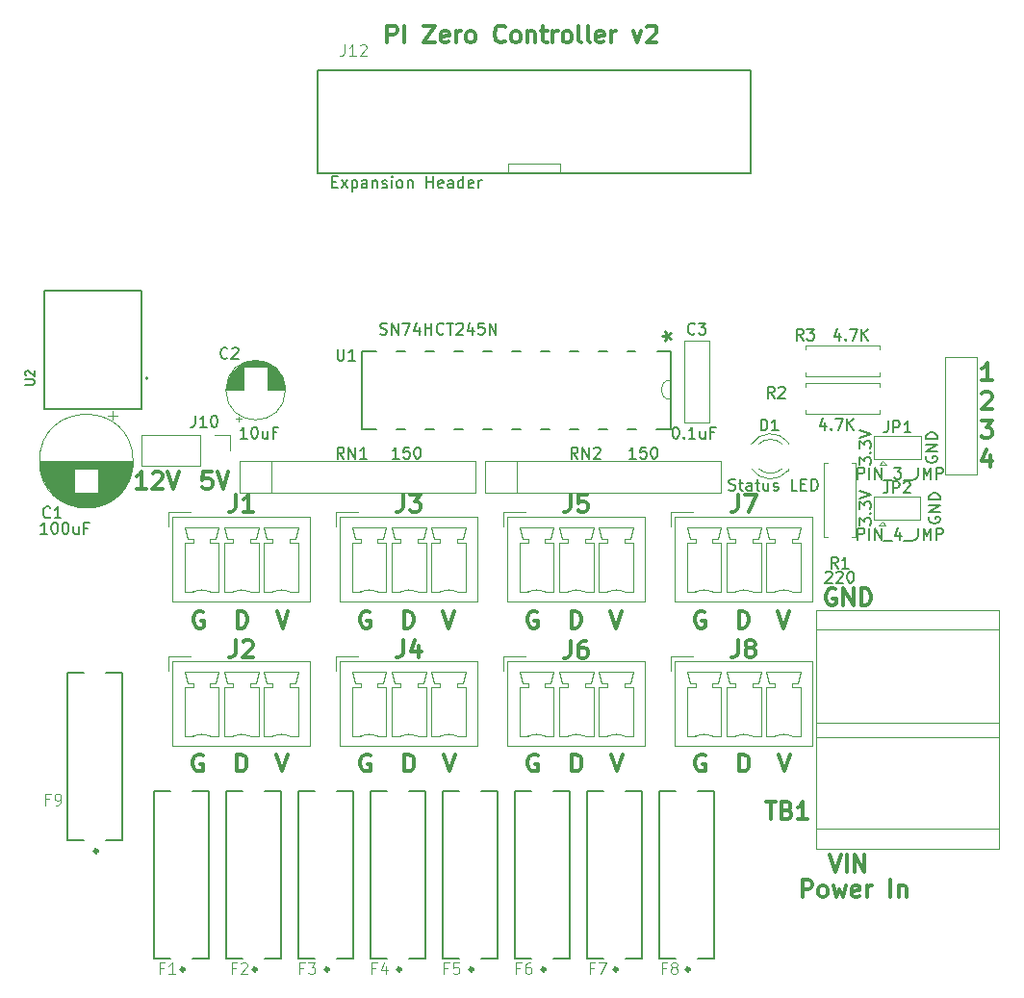
<source format=gbr>
G04 #@! TF.GenerationSoftware,KiCad,Pcbnew,(6.0.1)*
G04 #@! TF.CreationDate,2022-02-10T21:28:02-05:00*
G04 #@! TF.ProjectId,PI_W_Controller,50495f57-5f43-46f6-9e74-726f6c6c6572,v2*
G04 #@! TF.SameCoordinates,Original*
G04 #@! TF.FileFunction,Legend,Top*
G04 #@! TF.FilePolarity,Positive*
%FSLAX46Y46*%
G04 Gerber Fmt 4.6, Leading zero omitted, Abs format (unit mm)*
G04 Created by KiCad (PCBNEW (6.0.1)) date 2022-02-10 21:28:02*
%MOMM*%
%LPD*%
G01*
G04 APERTURE LIST*
%ADD10C,0.300000*%
%ADD11C,0.150000*%
%ADD12C,0.050000*%
%ADD13C,0.250000*%
%ADD14C,0.015000*%
%ADD15C,0.120000*%
%ADD16C,0.127000*%
%ADD17C,0.152400*%
%ADD18C,0.200000*%
G04 APERTURE END LIST*
D10*
X147892342Y-115334171D02*
X147892342Y-113834171D01*
X148249485Y-113834171D01*
X148463771Y-113905600D01*
X148606628Y-114048457D01*
X148678057Y-114191314D01*
X148749485Y-114477028D01*
X148749485Y-114691314D01*
X148678057Y-114977028D01*
X148606628Y-115119885D01*
X148463771Y-115262742D01*
X148249485Y-115334171D01*
X147892342Y-115334171D01*
X151341200Y-113834171D02*
X151841200Y-115334171D01*
X152341200Y-113834171D01*
X144868057Y-113905600D02*
X144725200Y-113834171D01*
X144510914Y-113834171D01*
X144296628Y-113905600D01*
X144153771Y-114048457D01*
X144082342Y-114191314D01*
X144010914Y-114477028D01*
X144010914Y-114691314D01*
X144082342Y-114977028D01*
X144153771Y-115119885D01*
X144296628Y-115262742D01*
X144510914Y-115334171D01*
X144653771Y-115334171D01*
X144868057Y-115262742D01*
X144939485Y-115191314D01*
X144939485Y-114691314D01*
X144653771Y-114691314D01*
X162624342Y-115334171D02*
X162624342Y-113834171D01*
X162981485Y-113834171D01*
X163195771Y-113905600D01*
X163338628Y-114048457D01*
X163410057Y-114191314D01*
X163481485Y-114477028D01*
X163481485Y-114691314D01*
X163410057Y-114977028D01*
X163338628Y-115119885D01*
X163195771Y-115262742D01*
X162981485Y-115334171D01*
X162624342Y-115334171D01*
X159600057Y-113905600D02*
X159457200Y-113834171D01*
X159242914Y-113834171D01*
X159028628Y-113905600D01*
X158885771Y-114048457D01*
X158814342Y-114191314D01*
X158742914Y-114477028D01*
X158742914Y-114691314D01*
X158814342Y-114977028D01*
X158885771Y-115119885D01*
X159028628Y-115262742D01*
X159242914Y-115334171D01*
X159385771Y-115334171D01*
X159600057Y-115262742D01*
X159671485Y-115191314D01*
X159671485Y-114691314D01*
X159385771Y-114691314D01*
X166073200Y-113834171D02*
X166573200Y-115334171D01*
X167073200Y-113834171D01*
X177356342Y-115334171D02*
X177356342Y-113834171D01*
X177713485Y-113834171D01*
X177927771Y-113905600D01*
X178070628Y-114048457D01*
X178142057Y-114191314D01*
X178213485Y-114477028D01*
X178213485Y-114691314D01*
X178142057Y-114977028D01*
X178070628Y-115119885D01*
X177927771Y-115262742D01*
X177713485Y-115334171D01*
X177356342Y-115334171D01*
X174332057Y-113905600D02*
X174189200Y-113834171D01*
X173974914Y-113834171D01*
X173760628Y-113905600D01*
X173617771Y-114048457D01*
X173546342Y-114191314D01*
X173474914Y-114477028D01*
X173474914Y-114691314D01*
X173546342Y-114977028D01*
X173617771Y-115119885D01*
X173760628Y-115262742D01*
X173974914Y-115334171D01*
X174117771Y-115334171D01*
X174332057Y-115262742D01*
X174403485Y-115191314D01*
X174403485Y-114691314D01*
X174117771Y-114691314D01*
X180805200Y-113834171D02*
X181305200Y-115334171D01*
X181805200Y-113834171D01*
X130186857Y-101307200D02*
X130044000Y-101235771D01*
X129829714Y-101235771D01*
X129615428Y-101307200D01*
X129472571Y-101450057D01*
X129401142Y-101592914D01*
X129329714Y-101878628D01*
X129329714Y-102092914D01*
X129401142Y-102378628D01*
X129472571Y-102521485D01*
X129615428Y-102664342D01*
X129829714Y-102735771D01*
X129972571Y-102735771D01*
X130186857Y-102664342D01*
X130258285Y-102592914D01*
X130258285Y-102092914D01*
X129972571Y-102092914D01*
X133211142Y-102735771D02*
X133211142Y-101235771D01*
X133568285Y-101235771D01*
X133782571Y-101307200D01*
X133925428Y-101450057D01*
X133996857Y-101592914D01*
X134068285Y-101878628D01*
X134068285Y-102092914D01*
X133996857Y-102378628D01*
X133925428Y-102521485D01*
X133782571Y-102664342D01*
X133568285Y-102735771D01*
X133211142Y-102735771D01*
X136660000Y-101235771D02*
X137160000Y-102735771D01*
X137660000Y-101235771D01*
X147841542Y-102735771D02*
X147841542Y-101235771D01*
X148198685Y-101235771D01*
X148412971Y-101307200D01*
X148555828Y-101450057D01*
X148627257Y-101592914D01*
X148698685Y-101878628D01*
X148698685Y-102092914D01*
X148627257Y-102378628D01*
X148555828Y-102521485D01*
X148412971Y-102664342D01*
X148198685Y-102735771D01*
X147841542Y-102735771D01*
X159549257Y-101307200D02*
X159406400Y-101235771D01*
X159192114Y-101235771D01*
X158977828Y-101307200D01*
X158834971Y-101450057D01*
X158763542Y-101592914D01*
X158692114Y-101878628D01*
X158692114Y-102092914D01*
X158763542Y-102378628D01*
X158834971Y-102521485D01*
X158977828Y-102664342D01*
X159192114Y-102735771D01*
X159334971Y-102735771D01*
X159549257Y-102664342D01*
X159620685Y-102592914D01*
X159620685Y-102092914D01*
X159334971Y-102092914D01*
X162573542Y-102735771D02*
X162573542Y-101235771D01*
X162930685Y-101235771D01*
X163144971Y-101307200D01*
X163287828Y-101450057D01*
X163359257Y-101592914D01*
X163430685Y-101878628D01*
X163430685Y-102092914D01*
X163359257Y-102378628D01*
X163287828Y-102521485D01*
X163144971Y-102664342D01*
X162930685Y-102735771D01*
X162573542Y-102735771D01*
X151290400Y-101235771D02*
X151790400Y-102735771D01*
X152290400Y-101235771D01*
X174281257Y-101307200D02*
X174138400Y-101235771D01*
X173924114Y-101235771D01*
X173709828Y-101307200D01*
X173566971Y-101450057D01*
X173495542Y-101592914D01*
X173424114Y-101878628D01*
X173424114Y-102092914D01*
X173495542Y-102378628D01*
X173566971Y-102521485D01*
X173709828Y-102664342D01*
X173924114Y-102735771D01*
X174066971Y-102735771D01*
X174281257Y-102664342D01*
X174352685Y-102592914D01*
X174352685Y-102092914D01*
X174066971Y-102092914D01*
X180754400Y-101235771D02*
X181254400Y-102735771D01*
X181754400Y-101235771D01*
X166022400Y-101235771D02*
X166522400Y-102735771D01*
X167022400Y-101235771D01*
X177305542Y-102735771D02*
X177305542Y-101235771D01*
X177662685Y-101235771D01*
X177876971Y-101307200D01*
X178019828Y-101450057D01*
X178091257Y-101592914D01*
X178162685Y-101878628D01*
X178162685Y-102092914D01*
X178091257Y-102378628D01*
X178019828Y-102521485D01*
X177876971Y-102664342D01*
X177662685Y-102735771D01*
X177305542Y-102735771D01*
X144817257Y-101307200D02*
X144674400Y-101235771D01*
X144460114Y-101235771D01*
X144245828Y-101307200D01*
X144102971Y-101450057D01*
X144031542Y-101592914D01*
X143960114Y-101878628D01*
X143960114Y-102092914D01*
X144031542Y-102378628D01*
X144102971Y-102521485D01*
X144245828Y-102664342D01*
X144460114Y-102735771D01*
X144602971Y-102735771D01*
X144817257Y-102664342D01*
X144888685Y-102592914D01*
X144888685Y-102092914D01*
X144602971Y-102092914D01*
X185301142Y-122678571D02*
X185801142Y-124178571D01*
X186301142Y-122678571D01*
X186801142Y-124178571D02*
X186801142Y-122678571D01*
X187515428Y-124178571D02*
X187515428Y-122678571D01*
X188372571Y-124178571D01*
X188372571Y-122678571D01*
X198707428Y-82125428D02*
X198778857Y-82054000D01*
X198921714Y-81982571D01*
X199278857Y-81982571D01*
X199421714Y-82054000D01*
X199493142Y-82125428D01*
X199564571Y-82268285D01*
X199564571Y-82411142D01*
X199493142Y-82625428D01*
X198636000Y-83482571D01*
X199564571Y-83482571D01*
X125171428Y-90478571D02*
X124314285Y-90478571D01*
X124742857Y-90478571D02*
X124742857Y-88978571D01*
X124600000Y-89192857D01*
X124457142Y-89335714D01*
X124314285Y-89407142D01*
X125742857Y-89121428D02*
X125814285Y-89050000D01*
X125957142Y-88978571D01*
X126314285Y-88978571D01*
X126457142Y-89050000D01*
X126528571Y-89121428D01*
X126600000Y-89264285D01*
X126600000Y-89407142D01*
X126528571Y-89621428D01*
X125671428Y-90478571D01*
X126600000Y-90478571D01*
X127028571Y-88978571D02*
X127528571Y-90478571D01*
X128028571Y-88978571D01*
X133160342Y-115334171D02*
X133160342Y-113834171D01*
X133517485Y-113834171D01*
X133731771Y-113905600D01*
X133874628Y-114048457D01*
X133946057Y-114191314D01*
X134017485Y-114477028D01*
X134017485Y-114691314D01*
X133946057Y-114977028D01*
X133874628Y-115119885D01*
X133731771Y-115262742D01*
X133517485Y-115334171D01*
X133160342Y-115334171D01*
X136609200Y-113834171D02*
X137109200Y-115334171D01*
X137609200Y-113834171D01*
X130914285Y-88978571D02*
X130200000Y-88978571D01*
X130128571Y-89692857D01*
X130200000Y-89621428D01*
X130342857Y-89550000D01*
X130700000Y-89550000D01*
X130842857Y-89621428D01*
X130914285Y-89692857D01*
X130985714Y-89835714D01*
X130985714Y-90192857D01*
X130914285Y-90335714D01*
X130842857Y-90407142D01*
X130700000Y-90478571D01*
X130342857Y-90478571D01*
X130200000Y-90407142D01*
X130128571Y-90335714D01*
X131414285Y-88978571D02*
X131914285Y-90478571D01*
X132414285Y-88978571D01*
D11*
X193810000Y-87629904D02*
X193762380Y-87725142D01*
X193762380Y-87868000D01*
X193810000Y-88010857D01*
X193905238Y-88106095D01*
X194000476Y-88153714D01*
X194190952Y-88201333D01*
X194333809Y-88201333D01*
X194524285Y-88153714D01*
X194619523Y-88106095D01*
X194714761Y-88010857D01*
X194762380Y-87868000D01*
X194762380Y-87772761D01*
X194714761Y-87629904D01*
X194667142Y-87582285D01*
X194333809Y-87582285D01*
X194333809Y-87772761D01*
X194762380Y-87153714D02*
X193762380Y-87153714D01*
X194762380Y-86582285D01*
X193762380Y-86582285D01*
X194762380Y-86106095D02*
X193762380Y-86106095D01*
X193762380Y-85868000D01*
X193810000Y-85725142D01*
X193905238Y-85629904D01*
X194000476Y-85582285D01*
X194190952Y-85534666D01*
X194333809Y-85534666D01*
X194524285Y-85582285D01*
X194619523Y-85629904D01*
X194714761Y-85725142D01*
X194762380Y-85868000D01*
X194762380Y-86106095D01*
X187920380Y-93678190D02*
X187920380Y-93059142D01*
X188301333Y-93392476D01*
X188301333Y-93249619D01*
X188348952Y-93154380D01*
X188396571Y-93106761D01*
X188491809Y-93059142D01*
X188729904Y-93059142D01*
X188825142Y-93106761D01*
X188872761Y-93154380D01*
X188920380Y-93249619D01*
X188920380Y-93535333D01*
X188872761Y-93630571D01*
X188825142Y-93678190D01*
X188825142Y-92630571D02*
X188872761Y-92582952D01*
X188920380Y-92630571D01*
X188872761Y-92678190D01*
X188825142Y-92630571D01*
X188920380Y-92630571D01*
X187920380Y-92249619D02*
X187920380Y-91630571D01*
X188301333Y-91963904D01*
X188301333Y-91821047D01*
X188348952Y-91725809D01*
X188396571Y-91678190D01*
X188491809Y-91630571D01*
X188729904Y-91630571D01*
X188825142Y-91678190D01*
X188872761Y-91725809D01*
X188920380Y-91821047D01*
X188920380Y-92106761D01*
X188872761Y-92202000D01*
X188825142Y-92249619D01*
X187920380Y-91344857D02*
X188920380Y-91011523D01*
X187920380Y-90678190D01*
X187920380Y-88344190D02*
X187920380Y-87725142D01*
X188301333Y-88058476D01*
X188301333Y-87915619D01*
X188348952Y-87820380D01*
X188396571Y-87772761D01*
X188491809Y-87725142D01*
X188729904Y-87725142D01*
X188825142Y-87772761D01*
X188872761Y-87820380D01*
X188920380Y-87915619D01*
X188920380Y-88201333D01*
X188872761Y-88296571D01*
X188825142Y-88344190D01*
X188825142Y-87296571D02*
X188872761Y-87248952D01*
X188920380Y-87296571D01*
X188872761Y-87344190D01*
X188825142Y-87296571D01*
X188920380Y-87296571D01*
X187920380Y-86915619D02*
X187920380Y-86296571D01*
X188301333Y-86629904D01*
X188301333Y-86487047D01*
X188348952Y-86391809D01*
X188396571Y-86344190D01*
X188491809Y-86296571D01*
X188729904Y-86296571D01*
X188825142Y-86344190D01*
X188872761Y-86391809D01*
X188920380Y-86487047D01*
X188920380Y-86772761D01*
X188872761Y-86868000D01*
X188825142Y-86915619D01*
X187920380Y-86010857D02*
X188920380Y-85677523D01*
X187920380Y-85344190D01*
D10*
X185801142Y-99326000D02*
X185658285Y-99254571D01*
X185444000Y-99254571D01*
X185229714Y-99326000D01*
X185086857Y-99468857D01*
X185015428Y-99611714D01*
X184944000Y-99897428D01*
X184944000Y-100111714D01*
X185015428Y-100397428D01*
X185086857Y-100540285D01*
X185229714Y-100683142D01*
X185444000Y-100754571D01*
X185586857Y-100754571D01*
X185801142Y-100683142D01*
X185872571Y-100611714D01*
X185872571Y-100111714D01*
X185586857Y-100111714D01*
X186515428Y-100754571D02*
X186515428Y-99254571D01*
X187372571Y-100754571D01*
X187372571Y-99254571D01*
X188086857Y-100754571D02*
X188086857Y-99254571D01*
X188444000Y-99254571D01*
X188658285Y-99326000D01*
X188801142Y-99468857D01*
X188872571Y-99611714D01*
X188944000Y-99897428D01*
X188944000Y-100111714D01*
X188872571Y-100397428D01*
X188801142Y-100540285D01*
X188658285Y-100683142D01*
X188444000Y-100754571D01*
X188086857Y-100754571D01*
X199421714Y-87562571D02*
X199421714Y-88562571D01*
X199064571Y-86991142D02*
X198707428Y-88062571D01*
X199636000Y-88062571D01*
X199564571Y-80942571D02*
X198707428Y-80942571D01*
X199136000Y-80942571D02*
X199136000Y-79442571D01*
X198993142Y-79656857D01*
X198850285Y-79799714D01*
X198707428Y-79871142D01*
X130136057Y-113905600D02*
X129993200Y-113834171D01*
X129778914Y-113834171D01*
X129564628Y-113905600D01*
X129421771Y-114048457D01*
X129350342Y-114191314D01*
X129278914Y-114477028D01*
X129278914Y-114691314D01*
X129350342Y-114977028D01*
X129421771Y-115119885D01*
X129564628Y-115262742D01*
X129778914Y-115334171D01*
X129921771Y-115334171D01*
X130136057Y-115262742D01*
X130207485Y-115191314D01*
X130207485Y-114691314D01*
X129921771Y-114691314D01*
D11*
X194064000Y-92963904D02*
X194016380Y-93059142D01*
X194016380Y-93202000D01*
X194064000Y-93344857D01*
X194159238Y-93440095D01*
X194254476Y-93487714D01*
X194444952Y-93535333D01*
X194587809Y-93535333D01*
X194778285Y-93487714D01*
X194873523Y-93440095D01*
X194968761Y-93344857D01*
X195016380Y-93202000D01*
X195016380Y-93106761D01*
X194968761Y-92963904D01*
X194921142Y-92916285D01*
X194587809Y-92916285D01*
X194587809Y-93106761D01*
X195016380Y-92487714D02*
X194016380Y-92487714D01*
X195016380Y-91916285D01*
X194016380Y-91916285D01*
X195016380Y-91440095D02*
X194016380Y-91440095D01*
X194016380Y-91202000D01*
X194064000Y-91059142D01*
X194159238Y-90963904D01*
X194254476Y-90916285D01*
X194444952Y-90868666D01*
X194587809Y-90868666D01*
X194778285Y-90916285D01*
X194873523Y-90963904D01*
X194968761Y-91059142D01*
X195016380Y-91202000D01*
X195016380Y-91440095D01*
D10*
X146378571Y-51228571D02*
X146378571Y-49728571D01*
X146950000Y-49728571D01*
X147092857Y-49800000D01*
X147164285Y-49871428D01*
X147235714Y-50014285D01*
X147235714Y-50228571D01*
X147164285Y-50371428D01*
X147092857Y-50442857D01*
X146950000Y-50514285D01*
X146378571Y-50514285D01*
X147878571Y-51228571D02*
X147878571Y-49728571D01*
X149592857Y-49728571D02*
X150592857Y-49728571D01*
X149592857Y-51228571D01*
X150592857Y-51228571D01*
X151735714Y-51157142D02*
X151592857Y-51228571D01*
X151307142Y-51228571D01*
X151164285Y-51157142D01*
X151092857Y-51014285D01*
X151092857Y-50442857D01*
X151164285Y-50300000D01*
X151307142Y-50228571D01*
X151592857Y-50228571D01*
X151735714Y-50300000D01*
X151807142Y-50442857D01*
X151807142Y-50585714D01*
X151092857Y-50728571D01*
X152450000Y-51228571D02*
X152450000Y-50228571D01*
X152450000Y-50514285D02*
X152521428Y-50371428D01*
X152592857Y-50300000D01*
X152735714Y-50228571D01*
X152878571Y-50228571D01*
X153592857Y-51228571D02*
X153450000Y-51157142D01*
X153378571Y-51085714D01*
X153307142Y-50942857D01*
X153307142Y-50514285D01*
X153378571Y-50371428D01*
X153450000Y-50300000D01*
X153592857Y-50228571D01*
X153807142Y-50228571D01*
X153950000Y-50300000D01*
X154021428Y-50371428D01*
X154092857Y-50514285D01*
X154092857Y-50942857D01*
X154021428Y-51085714D01*
X153950000Y-51157142D01*
X153807142Y-51228571D01*
X153592857Y-51228571D01*
X156735714Y-51085714D02*
X156664285Y-51157142D01*
X156450000Y-51228571D01*
X156307142Y-51228571D01*
X156092857Y-51157142D01*
X155950000Y-51014285D01*
X155878571Y-50871428D01*
X155807142Y-50585714D01*
X155807142Y-50371428D01*
X155878571Y-50085714D01*
X155950000Y-49942857D01*
X156092857Y-49800000D01*
X156307142Y-49728571D01*
X156450000Y-49728571D01*
X156664285Y-49800000D01*
X156735714Y-49871428D01*
X157592857Y-51228571D02*
X157450000Y-51157142D01*
X157378571Y-51085714D01*
X157307142Y-50942857D01*
X157307142Y-50514285D01*
X157378571Y-50371428D01*
X157450000Y-50300000D01*
X157592857Y-50228571D01*
X157807142Y-50228571D01*
X157950000Y-50300000D01*
X158021428Y-50371428D01*
X158092857Y-50514285D01*
X158092857Y-50942857D01*
X158021428Y-51085714D01*
X157950000Y-51157142D01*
X157807142Y-51228571D01*
X157592857Y-51228571D01*
X158735714Y-50228571D02*
X158735714Y-51228571D01*
X158735714Y-50371428D02*
X158807142Y-50300000D01*
X158950000Y-50228571D01*
X159164285Y-50228571D01*
X159307142Y-50300000D01*
X159378571Y-50442857D01*
X159378571Y-51228571D01*
X159878571Y-50228571D02*
X160450000Y-50228571D01*
X160092857Y-49728571D02*
X160092857Y-51014285D01*
X160164285Y-51157142D01*
X160307142Y-51228571D01*
X160450000Y-51228571D01*
X160950000Y-51228571D02*
X160950000Y-50228571D01*
X160950000Y-50514285D02*
X161021428Y-50371428D01*
X161092857Y-50300000D01*
X161235714Y-50228571D01*
X161378571Y-50228571D01*
X162092857Y-51228571D02*
X161950000Y-51157142D01*
X161878571Y-51085714D01*
X161807142Y-50942857D01*
X161807142Y-50514285D01*
X161878571Y-50371428D01*
X161950000Y-50300000D01*
X162092857Y-50228571D01*
X162307142Y-50228571D01*
X162450000Y-50300000D01*
X162521428Y-50371428D01*
X162592857Y-50514285D01*
X162592857Y-50942857D01*
X162521428Y-51085714D01*
X162450000Y-51157142D01*
X162307142Y-51228571D01*
X162092857Y-51228571D01*
X163450000Y-51228571D02*
X163307142Y-51157142D01*
X163235714Y-51014285D01*
X163235714Y-49728571D01*
X164235714Y-51228571D02*
X164092857Y-51157142D01*
X164021428Y-51014285D01*
X164021428Y-49728571D01*
X165378571Y-51157142D02*
X165235714Y-51228571D01*
X164950000Y-51228571D01*
X164807142Y-51157142D01*
X164735714Y-51014285D01*
X164735714Y-50442857D01*
X164807142Y-50300000D01*
X164950000Y-50228571D01*
X165235714Y-50228571D01*
X165378571Y-50300000D01*
X165450000Y-50442857D01*
X165450000Y-50585714D01*
X164735714Y-50728571D01*
X166092857Y-51228571D02*
X166092857Y-50228571D01*
X166092857Y-50514285D02*
X166164285Y-50371428D01*
X166235714Y-50300000D01*
X166378571Y-50228571D01*
X166521428Y-50228571D01*
X168021428Y-50228571D02*
X168378571Y-51228571D01*
X168735714Y-50228571D01*
X169235714Y-49871428D02*
X169307142Y-49800000D01*
X169450000Y-49728571D01*
X169807142Y-49728571D01*
X169950000Y-49800000D01*
X170021428Y-49871428D01*
X170092857Y-50014285D01*
X170092857Y-50157142D01*
X170021428Y-50371428D01*
X169164285Y-51228571D01*
X170092857Y-51228571D01*
X198636000Y-84522571D02*
X199564571Y-84522571D01*
X199064571Y-85094000D01*
X199278857Y-85094000D01*
X199421714Y-85165428D01*
X199493142Y-85236857D01*
X199564571Y-85379714D01*
X199564571Y-85736857D01*
X199493142Y-85879714D01*
X199421714Y-85951142D01*
X199278857Y-86022571D01*
X198850285Y-86022571D01*
X198707428Y-85951142D01*
X198636000Y-85879714D01*
D11*
X132333333Y-78957142D02*
X132285714Y-79004761D01*
X132142857Y-79052380D01*
X132047619Y-79052380D01*
X131904761Y-79004761D01*
X131809523Y-78909523D01*
X131761904Y-78814285D01*
X131714285Y-78623809D01*
X131714285Y-78480952D01*
X131761904Y-78290476D01*
X131809523Y-78195238D01*
X131904761Y-78100000D01*
X132047619Y-78052380D01*
X132142857Y-78052380D01*
X132285714Y-78100000D01*
X132333333Y-78147619D01*
X132714285Y-78147619D02*
X132761904Y-78100000D01*
X132857142Y-78052380D01*
X133095238Y-78052380D01*
X133190476Y-78100000D01*
X133238095Y-78147619D01*
X133285714Y-78242857D01*
X133285714Y-78338095D01*
X133238095Y-78480952D01*
X132666666Y-79052380D01*
X133285714Y-79052380D01*
X134028571Y-86052380D02*
X133457142Y-86052380D01*
X133742857Y-86052380D02*
X133742857Y-85052380D01*
X133647619Y-85195238D01*
X133552380Y-85290476D01*
X133457142Y-85338095D01*
X134647619Y-85052380D02*
X134742857Y-85052380D01*
X134838095Y-85100000D01*
X134885714Y-85147619D01*
X134933333Y-85242857D01*
X134980952Y-85433333D01*
X134980952Y-85671428D01*
X134933333Y-85861904D01*
X134885714Y-85957142D01*
X134838095Y-86004761D01*
X134742857Y-86052380D01*
X134647619Y-86052380D01*
X134552380Y-86004761D01*
X134504761Y-85957142D01*
X134457142Y-85861904D01*
X134409523Y-85671428D01*
X134409523Y-85433333D01*
X134457142Y-85242857D01*
X134504761Y-85147619D01*
X134552380Y-85100000D01*
X134647619Y-85052380D01*
X135838095Y-85385714D02*
X135838095Y-86052380D01*
X135409523Y-85385714D02*
X135409523Y-85909523D01*
X135457142Y-86004761D01*
X135552380Y-86052380D01*
X135695238Y-86052380D01*
X135790476Y-86004761D01*
X135838095Y-85957142D01*
X136647619Y-85528571D02*
X136314285Y-85528571D01*
X136314285Y-86052380D02*
X136314285Y-85052380D01*
X136790476Y-85052380D01*
D10*
X133048000Y-91010571D02*
X133048000Y-92082000D01*
X132976571Y-92296285D01*
X132833714Y-92439142D01*
X132619428Y-92510571D01*
X132476571Y-92510571D01*
X134548000Y-92510571D02*
X133690857Y-92510571D01*
X134119428Y-92510571D02*
X134119428Y-91010571D01*
X133976571Y-91224857D01*
X133833714Y-91367714D01*
X133690857Y-91439142D01*
X162512000Y-91010571D02*
X162512000Y-92082000D01*
X162440571Y-92296285D01*
X162297714Y-92439142D01*
X162083428Y-92510571D01*
X161940571Y-92510571D01*
X163940571Y-91010571D02*
X163226285Y-91010571D01*
X163154857Y-91724857D01*
X163226285Y-91653428D01*
X163369142Y-91582000D01*
X163726285Y-91582000D01*
X163869142Y-91653428D01*
X163940571Y-91724857D01*
X164012000Y-91867714D01*
X164012000Y-92224857D01*
X163940571Y-92367714D01*
X163869142Y-92439142D01*
X163726285Y-92510571D01*
X163369142Y-92510571D01*
X163226285Y-92439142D01*
X163154857Y-92367714D01*
X177244000Y-103826571D02*
X177244000Y-104898000D01*
X177172571Y-105112285D01*
X177029714Y-105255142D01*
X176815428Y-105326571D01*
X176672571Y-105326571D01*
X178172571Y-104469428D02*
X178029714Y-104398000D01*
X177958285Y-104326571D01*
X177886857Y-104183714D01*
X177886857Y-104112285D01*
X177958285Y-103969428D01*
X178029714Y-103898000D01*
X178172571Y-103826571D01*
X178458285Y-103826571D01*
X178601142Y-103898000D01*
X178672571Y-103969428D01*
X178744000Y-104112285D01*
X178744000Y-104183714D01*
X178672571Y-104326571D01*
X178601142Y-104398000D01*
X178458285Y-104469428D01*
X178172571Y-104469428D01*
X178029714Y-104540857D01*
X177958285Y-104612285D01*
X177886857Y-104755142D01*
X177886857Y-105040857D01*
X177958285Y-105183714D01*
X178029714Y-105255142D01*
X178172571Y-105326571D01*
X178458285Y-105326571D01*
X178601142Y-105255142D01*
X178672571Y-105183714D01*
X178744000Y-105040857D01*
X178744000Y-104755142D01*
X178672571Y-104612285D01*
X178601142Y-104540857D01*
X178458285Y-104469428D01*
D12*
X126666666Y-132643571D02*
X126333333Y-132643571D01*
X126333333Y-133167380D02*
X126333333Y-132167380D01*
X126809523Y-132167380D01*
X127714285Y-133167380D02*
X127142857Y-133167380D01*
X127428571Y-133167380D02*
X127428571Y-132167380D01*
X127333333Y-132310238D01*
X127238095Y-132405476D01*
X127142857Y-132453095D01*
X138985666Y-132643571D02*
X138652333Y-132643571D01*
X138652333Y-133167380D02*
X138652333Y-132167380D01*
X139128523Y-132167380D01*
X139414238Y-132167380D02*
X140033285Y-132167380D01*
X139699952Y-132548333D01*
X139842809Y-132548333D01*
X139938047Y-132595952D01*
X139985666Y-132643571D01*
X140033285Y-132738809D01*
X140033285Y-132976904D01*
X139985666Y-133072142D01*
X139938047Y-133119761D01*
X139842809Y-133167380D01*
X139557095Y-133167380D01*
X139461857Y-133119761D01*
X139414238Y-133072142D01*
X145335666Y-132643571D02*
X145002333Y-132643571D01*
X145002333Y-133167380D02*
X145002333Y-132167380D01*
X145478523Y-132167380D01*
X146288047Y-132500714D02*
X146288047Y-133167380D01*
X146049952Y-132119761D02*
X145811857Y-132834047D01*
X146430904Y-132834047D01*
X151685666Y-132643571D02*
X151352333Y-132643571D01*
X151352333Y-133167380D02*
X151352333Y-132167380D01*
X151828523Y-132167380D01*
X152685666Y-132167380D02*
X152209476Y-132167380D01*
X152161857Y-132643571D01*
X152209476Y-132595952D01*
X152304714Y-132548333D01*
X152542809Y-132548333D01*
X152638047Y-132595952D01*
X152685666Y-132643571D01*
X152733285Y-132738809D01*
X152733285Y-132976904D01*
X152685666Y-133072142D01*
X152638047Y-133119761D01*
X152542809Y-133167380D01*
X152304714Y-133167380D01*
X152209476Y-133119761D01*
X152161857Y-133072142D01*
X170862666Y-132643571D02*
X170529333Y-132643571D01*
X170529333Y-133167380D02*
X170529333Y-132167380D01*
X171005523Y-132167380D01*
X171529333Y-132595952D02*
X171434095Y-132548333D01*
X171386476Y-132500714D01*
X171338857Y-132405476D01*
X171338857Y-132357857D01*
X171386476Y-132262619D01*
X171434095Y-132215000D01*
X171529333Y-132167380D01*
X171719809Y-132167380D01*
X171815047Y-132215000D01*
X171862666Y-132262619D01*
X171910285Y-132357857D01*
X171910285Y-132405476D01*
X171862666Y-132500714D01*
X171815047Y-132548333D01*
X171719809Y-132595952D01*
X171529333Y-132595952D01*
X171434095Y-132643571D01*
X171386476Y-132691190D01*
X171338857Y-132786428D01*
X171338857Y-132976904D01*
X171386476Y-133072142D01*
X171434095Y-133119761D01*
X171529333Y-133167380D01*
X171719809Y-133167380D01*
X171815047Y-133119761D01*
X171862666Y-133072142D01*
X171910285Y-132976904D01*
X171910285Y-132786428D01*
X171862666Y-132691190D01*
X171815047Y-132643571D01*
X171719809Y-132595952D01*
D10*
X177244000Y-91010571D02*
X177244000Y-92082000D01*
X177172571Y-92296285D01*
X177029714Y-92439142D01*
X176815428Y-92510571D01*
X176672571Y-92510571D01*
X177815428Y-91010571D02*
X178815428Y-91010571D01*
X178172571Y-92510571D01*
D11*
X116733333Y-92957142D02*
X116685714Y-93004761D01*
X116542857Y-93052380D01*
X116447619Y-93052380D01*
X116304761Y-93004761D01*
X116209523Y-92909523D01*
X116161904Y-92814285D01*
X116114285Y-92623809D01*
X116114285Y-92480952D01*
X116161904Y-92290476D01*
X116209523Y-92195238D01*
X116304761Y-92100000D01*
X116447619Y-92052380D01*
X116542857Y-92052380D01*
X116685714Y-92100000D01*
X116733333Y-92147619D01*
X117685714Y-93052380D02*
X117114285Y-93052380D01*
X117400000Y-93052380D02*
X117400000Y-92052380D01*
X117304761Y-92195238D01*
X117209523Y-92290476D01*
X117114285Y-92338095D01*
X116452380Y-94452380D02*
X115880952Y-94452380D01*
X116166666Y-94452380D02*
X116166666Y-93452380D01*
X116071428Y-93595238D01*
X115976190Y-93690476D01*
X115880952Y-93738095D01*
X117071428Y-93452380D02*
X117166666Y-93452380D01*
X117261904Y-93500000D01*
X117309523Y-93547619D01*
X117357142Y-93642857D01*
X117404761Y-93833333D01*
X117404761Y-94071428D01*
X117357142Y-94261904D01*
X117309523Y-94357142D01*
X117261904Y-94404761D01*
X117166666Y-94452380D01*
X117071428Y-94452380D01*
X116976190Y-94404761D01*
X116928571Y-94357142D01*
X116880952Y-94261904D01*
X116833333Y-94071428D01*
X116833333Y-93833333D01*
X116880952Y-93642857D01*
X116928571Y-93547619D01*
X116976190Y-93500000D01*
X117071428Y-93452380D01*
X118023809Y-93452380D02*
X118119047Y-93452380D01*
X118214285Y-93500000D01*
X118261904Y-93547619D01*
X118309523Y-93642857D01*
X118357142Y-93833333D01*
X118357142Y-94071428D01*
X118309523Y-94261904D01*
X118261904Y-94357142D01*
X118214285Y-94404761D01*
X118119047Y-94452380D01*
X118023809Y-94452380D01*
X117928571Y-94404761D01*
X117880952Y-94357142D01*
X117833333Y-94261904D01*
X117785714Y-94071428D01*
X117785714Y-93833333D01*
X117833333Y-93642857D01*
X117880952Y-93547619D01*
X117928571Y-93500000D01*
X118023809Y-93452380D01*
X119214285Y-93785714D02*
X119214285Y-94452380D01*
X118785714Y-93785714D02*
X118785714Y-94309523D01*
X118833333Y-94404761D01*
X118928571Y-94452380D01*
X119071428Y-94452380D01*
X119166666Y-94404761D01*
X119214285Y-94357142D01*
X120023809Y-93928571D02*
X119690476Y-93928571D01*
X119690476Y-94452380D02*
X119690476Y-93452380D01*
X120166666Y-93452380D01*
D10*
X162512000Y-103877371D02*
X162512000Y-104948800D01*
X162440571Y-105163085D01*
X162297714Y-105305942D01*
X162083428Y-105377371D01*
X161940571Y-105377371D01*
X163869142Y-103877371D02*
X163583428Y-103877371D01*
X163440571Y-103948800D01*
X163369142Y-104020228D01*
X163226285Y-104234514D01*
X163154857Y-104520228D01*
X163154857Y-105091657D01*
X163226285Y-105234514D01*
X163297714Y-105305942D01*
X163440571Y-105377371D01*
X163726285Y-105377371D01*
X163869142Y-105305942D01*
X163940571Y-105234514D01*
X164012000Y-105091657D01*
X164012000Y-104734514D01*
X163940571Y-104591657D01*
X163869142Y-104520228D01*
X163726285Y-104448800D01*
X163440571Y-104448800D01*
X163297714Y-104520228D01*
X163226285Y-104591657D01*
X163154857Y-104734514D01*
D12*
X116633666Y-117784571D02*
X116300333Y-117784571D01*
X116300333Y-118308380D02*
X116300333Y-117308380D01*
X116776523Y-117308380D01*
X117205095Y-118308380D02*
X117395571Y-118308380D01*
X117490809Y-118260761D01*
X117538428Y-118213142D01*
X117633666Y-118070285D01*
X117681285Y-117879809D01*
X117681285Y-117498857D01*
X117633666Y-117403619D01*
X117586047Y-117356000D01*
X117490809Y-117308380D01*
X117300333Y-117308380D01*
X117205095Y-117356000D01*
X117157476Y-117403619D01*
X117109857Y-117498857D01*
X117109857Y-117736952D01*
X117157476Y-117832190D01*
X117205095Y-117879809D01*
X117300333Y-117927428D01*
X117490809Y-117927428D01*
X117586047Y-117879809D01*
X117633666Y-117832190D01*
X117681285Y-117736952D01*
D11*
X163139523Y-87828380D02*
X162806190Y-87352190D01*
X162568095Y-87828380D02*
X162568095Y-86828380D01*
X162949047Y-86828380D01*
X163044285Y-86876000D01*
X163091904Y-86923619D01*
X163139523Y-87018857D01*
X163139523Y-87161714D01*
X163091904Y-87256952D01*
X163044285Y-87304571D01*
X162949047Y-87352190D01*
X162568095Y-87352190D01*
X163568095Y-87828380D02*
X163568095Y-86828380D01*
X164139523Y-87828380D01*
X164139523Y-86828380D01*
X164568095Y-86923619D02*
X164615714Y-86876000D01*
X164710952Y-86828380D01*
X164949047Y-86828380D01*
X165044285Y-86876000D01*
X165091904Y-86923619D01*
X165139523Y-87018857D01*
X165139523Y-87114095D01*
X165091904Y-87256952D01*
X164520476Y-87828380D01*
X165139523Y-87828380D01*
X168243333Y-87828380D02*
X167671904Y-87828380D01*
X167957619Y-87828380D02*
X167957619Y-86828380D01*
X167862380Y-86971238D01*
X167767142Y-87066476D01*
X167671904Y-87114095D01*
X169148095Y-86828380D02*
X168671904Y-86828380D01*
X168624285Y-87304571D01*
X168671904Y-87256952D01*
X168767142Y-87209333D01*
X169005238Y-87209333D01*
X169100476Y-87256952D01*
X169148095Y-87304571D01*
X169195714Y-87399809D01*
X169195714Y-87637904D01*
X169148095Y-87733142D01*
X169100476Y-87780761D01*
X169005238Y-87828380D01*
X168767142Y-87828380D01*
X168671904Y-87780761D01*
X168624285Y-87733142D01*
X169814761Y-86828380D02*
X169910000Y-86828380D01*
X170005238Y-86876000D01*
X170052857Y-86923619D01*
X170100476Y-87018857D01*
X170148095Y-87209333D01*
X170148095Y-87447428D01*
X170100476Y-87637904D01*
X170052857Y-87733142D01*
X170005238Y-87780761D01*
X169910000Y-87828380D01*
X169814761Y-87828380D01*
X169719523Y-87780761D01*
X169671904Y-87733142D01*
X169624285Y-87637904D01*
X169576666Y-87447428D01*
X169576666Y-87209333D01*
X169624285Y-87018857D01*
X169671904Y-86923619D01*
X169719523Y-86876000D01*
X169814761Y-86828380D01*
X186015333Y-97480380D02*
X185682000Y-97004190D01*
X185443904Y-97480380D02*
X185443904Y-96480380D01*
X185824857Y-96480380D01*
X185920095Y-96528000D01*
X185967714Y-96575619D01*
X186015333Y-96670857D01*
X186015333Y-96813714D01*
X185967714Y-96908952D01*
X185920095Y-96956571D01*
X185824857Y-97004190D01*
X185443904Y-97004190D01*
X186967714Y-97480380D02*
X186396285Y-97480380D01*
X186682000Y-97480380D02*
X186682000Y-96480380D01*
X186586761Y-96623238D01*
X186491523Y-96718476D01*
X186396285Y-96766095D01*
X184943904Y-97845619D02*
X184991523Y-97798000D01*
X185086761Y-97750380D01*
X185324857Y-97750380D01*
X185420095Y-97798000D01*
X185467714Y-97845619D01*
X185515333Y-97940857D01*
X185515333Y-98036095D01*
X185467714Y-98178952D01*
X184896285Y-98750380D01*
X185515333Y-98750380D01*
X185896285Y-97845619D02*
X185943904Y-97798000D01*
X186039142Y-97750380D01*
X186277238Y-97750380D01*
X186372476Y-97798000D01*
X186420095Y-97845619D01*
X186467714Y-97940857D01*
X186467714Y-98036095D01*
X186420095Y-98178952D01*
X185848666Y-98750380D01*
X186467714Y-98750380D01*
X187086761Y-97750380D02*
X187182000Y-97750380D01*
X187277238Y-97798000D01*
X187324857Y-97845619D01*
X187372476Y-97940857D01*
X187420095Y-98131333D01*
X187420095Y-98369428D01*
X187372476Y-98559904D01*
X187324857Y-98655142D01*
X187277238Y-98702761D01*
X187182000Y-98750380D01*
X187086761Y-98750380D01*
X186991523Y-98702761D01*
X186943904Y-98655142D01*
X186896285Y-98559904D01*
X186848666Y-98369428D01*
X186848666Y-98131333D01*
X186896285Y-97940857D01*
X186943904Y-97845619D01*
X186991523Y-97798000D01*
X187086761Y-97750380D01*
D10*
X147780000Y-103826571D02*
X147780000Y-104898000D01*
X147708571Y-105112285D01*
X147565714Y-105255142D01*
X147351428Y-105326571D01*
X147208571Y-105326571D01*
X149137142Y-104326571D02*
X149137142Y-105326571D01*
X148780000Y-103755142D02*
X148422857Y-104826571D01*
X149351428Y-104826571D01*
D11*
X180427333Y-82494380D02*
X180094000Y-82018190D01*
X179855904Y-82494380D02*
X179855904Y-81494380D01*
X180236857Y-81494380D01*
X180332095Y-81542000D01*
X180379714Y-81589619D01*
X180427333Y-81684857D01*
X180427333Y-81827714D01*
X180379714Y-81922952D01*
X180332095Y-81970571D01*
X180236857Y-82018190D01*
X179855904Y-82018190D01*
X180808285Y-81589619D02*
X180855904Y-81542000D01*
X180951142Y-81494380D01*
X181189238Y-81494380D01*
X181284476Y-81542000D01*
X181332095Y-81589619D01*
X181379714Y-81684857D01*
X181379714Y-81780095D01*
X181332095Y-81922952D01*
X180760666Y-82494380D01*
X181379714Y-82494380D01*
X184904190Y-84621714D02*
X184904190Y-85288380D01*
X184666095Y-84240761D02*
X184428000Y-84955047D01*
X185047047Y-84955047D01*
X185428000Y-85193142D02*
X185475619Y-85240761D01*
X185428000Y-85288380D01*
X185380380Y-85240761D01*
X185428000Y-85193142D01*
X185428000Y-85288380D01*
X185808952Y-84288380D02*
X186475619Y-84288380D01*
X186047047Y-85288380D01*
X186856571Y-85288380D02*
X186856571Y-84288380D01*
X187428000Y-85288380D02*
X186999428Y-84716952D01*
X187428000Y-84288380D02*
X186856571Y-84859809D01*
X142565523Y-87828380D02*
X142232190Y-87352190D01*
X141994095Y-87828380D02*
X141994095Y-86828380D01*
X142375047Y-86828380D01*
X142470285Y-86876000D01*
X142517904Y-86923619D01*
X142565523Y-87018857D01*
X142565523Y-87161714D01*
X142517904Y-87256952D01*
X142470285Y-87304571D01*
X142375047Y-87352190D01*
X141994095Y-87352190D01*
X142994095Y-87828380D02*
X142994095Y-86828380D01*
X143565523Y-87828380D01*
X143565523Y-86828380D01*
X144565523Y-87828380D02*
X143994095Y-87828380D01*
X144279809Y-87828380D02*
X144279809Y-86828380D01*
X144184571Y-86971238D01*
X144089333Y-87066476D01*
X143994095Y-87114095D01*
X147415333Y-87828380D02*
X146843904Y-87828380D01*
X147129619Y-87828380D02*
X147129619Y-86828380D01*
X147034380Y-86971238D01*
X146939142Y-87066476D01*
X146843904Y-87114095D01*
X148320095Y-86828380D02*
X147843904Y-86828380D01*
X147796285Y-87304571D01*
X147843904Y-87256952D01*
X147939142Y-87209333D01*
X148177238Y-87209333D01*
X148272476Y-87256952D01*
X148320095Y-87304571D01*
X148367714Y-87399809D01*
X148367714Y-87637904D01*
X148320095Y-87733142D01*
X148272476Y-87780761D01*
X148177238Y-87828380D01*
X147939142Y-87828380D01*
X147843904Y-87780761D01*
X147796285Y-87733142D01*
X148986761Y-86828380D02*
X149082000Y-86828380D01*
X149177238Y-86876000D01*
X149224857Y-86923619D01*
X149272476Y-87018857D01*
X149320095Y-87209333D01*
X149320095Y-87447428D01*
X149272476Y-87637904D01*
X149224857Y-87733142D01*
X149177238Y-87780761D01*
X149082000Y-87828380D01*
X148986761Y-87828380D01*
X148891523Y-87780761D01*
X148843904Y-87733142D01*
X148796285Y-87637904D01*
X148748666Y-87447428D01*
X148748666Y-87209333D01*
X148796285Y-87018857D01*
X148843904Y-86923619D01*
X148891523Y-86876000D01*
X148986761Y-86828380D01*
X141986095Y-78192380D02*
X141986095Y-79001904D01*
X142033714Y-79097142D01*
X142081333Y-79144761D01*
X142176571Y-79192380D01*
X142367047Y-79192380D01*
X142462285Y-79144761D01*
X142509904Y-79097142D01*
X142557523Y-79001904D01*
X142557523Y-78192380D01*
X143557523Y-79192380D02*
X142986095Y-79192380D01*
X143271809Y-79192380D02*
X143271809Y-78192380D01*
X143176571Y-78335238D01*
X143081333Y-78430476D01*
X142986095Y-78478095D01*
X145756952Y-76858761D02*
X145899809Y-76906380D01*
X146137904Y-76906380D01*
X146233142Y-76858761D01*
X146280761Y-76811142D01*
X146328380Y-76715904D01*
X146328380Y-76620666D01*
X146280761Y-76525428D01*
X146233142Y-76477809D01*
X146137904Y-76430190D01*
X145947428Y-76382571D01*
X145852190Y-76334952D01*
X145804571Y-76287333D01*
X145756952Y-76192095D01*
X145756952Y-76096857D01*
X145804571Y-76001619D01*
X145852190Y-75954000D01*
X145947428Y-75906380D01*
X146185523Y-75906380D01*
X146328380Y-75954000D01*
X146756952Y-76906380D02*
X146756952Y-75906380D01*
X147328380Y-76906380D01*
X147328380Y-75906380D01*
X147709333Y-75906380D02*
X148376000Y-75906380D01*
X147947428Y-76906380D01*
X149185523Y-76239714D02*
X149185523Y-76906380D01*
X148947428Y-75858761D02*
X148709333Y-76573047D01*
X149328380Y-76573047D01*
X149709333Y-76906380D02*
X149709333Y-75906380D01*
X149709333Y-76382571D02*
X150280761Y-76382571D01*
X150280761Y-76906380D02*
X150280761Y-75906380D01*
X151328380Y-76811142D02*
X151280761Y-76858761D01*
X151137904Y-76906380D01*
X151042666Y-76906380D01*
X150899809Y-76858761D01*
X150804571Y-76763523D01*
X150756952Y-76668285D01*
X150709333Y-76477809D01*
X150709333Y-76334952D01*
X150756952Y-76144476D01*
X150804571Y-76049238D01*
X150899809Y-75954000D01*
X151042666Y-75906380D01*
X151137904Y-75906380D01*
X151280761Y-75954000D01*
X151328380Y-76001619D01*
X151614095Y-75906380D02*
X152185523Y-75906380D01*
X151899809Y-76906380D02*
X151899809Y-75906380D01*
X152471238Y-76001619D02*
X152518857Y-75954000D01*
X152614095Y-75906380D01*
X152852190Y-75906380D01*
X152947428Y-75954000D01*
X152995047Y-76001619D01*
X153042666Y-76096857D01*
X153042666Y-76192095D01*
X152995047Y-76334952D01*
X152423619Y-76906380D01*
X153042666Y-76906380D01*
X153899809Y-76239714D02*
X153899809Y-76906380D01*
X153661714Y-75858761D02*
X153423619Y-76573047D01*
X154042666Y-76573047D01*
X154899809Y-75906380D02*
X154423619Y-75906380D01*
X154376000Y-76382571D01*
X154423619Y-76334952D01*
X154518857Y-76287333D01*
X154756952Y-76287333D01*
X154852190Y-76334952D01*
X154899809Y-76382571D01*
X154947428Y-76477809D01*
X154947428Y-76715904D01*
X154899809Y-76811142D01*
X154852190Y-76858761D01*
X154756952Y-76906380D01*
X154518857Y-76906380D01*
X154423619Y-76858761D01*
X154376000Y-76811142D01*
X155376000Y-76906380D02*
X155376000Y-75906380D01*
X155947428Y-76906380D01*
X155947428Y-75906380D01*
D13*
X170526333Y-77045820D02*
X170949666Y-77045820D01*
X170780333Y-77469153D02*
X170949666Y-77045820D01*
X170780333Y-76622486D01*
X171288333Y-77299820D02*
X170949666Y-77045820D01*
X171288333Y-76791820D01*
D11*
X114531303Y-81331925D02*
X115168724Y-81331925D01*
X115243715Y-81294430D01*
X115281210Y-81256934D01*
X115318705Y-81181944D01*
X115318705Y-81031962D01*
X115281210Y-80956972D01*
X115243715Y-80919476D01*
X115168724Y-80881981D01*
X114531303Y-80881981D01*
X114606294Y-80544523D02*
X114568799Y-80507028D01*
X114531303Y-80432037D01*
X114531303Y-80244560D01*
X114568799Y-80169570D01*
X114606294Y-80132074D01*
X114681285Y-80094579D01*
X114756275Y-80094579D01*
X114868761Y-80132074D01*
X115318705Y-80582018D01*
X115318705Y-80094579D01*
D10*
X133048000Y-103826571D02*
X133048000Y-104898000D01*
X132976571Y-105112285D01*
X132833714Y-105255142D01*
X132619428Y-105326571D01*
X132476571Y-105326571D01*
X133690857Y-103969428D02*
X133762285Y-103898000D01*
X133905142Y-103826571D01*
X134262285Y-103826571D01*
X134405142Y-103898000D01*
X134476571Y-103969428D01*
X134548000Y-104112285D01*
X134548000Y-104255142D01*
X134476571Y-104469428D01*
X133619428Y-105326571D01*
X134548000Y-105326571D01*
D11*
X179251304Y-85364580D02*
X179251304Y-84364580D01*
X179489400Y-84364580D01*
X179632257Y-84412200D01*
X179727495Y-84507438D01*
X179775114Y-84602676D01*
X179822733Y-84793152D01*
X179822733Y-84936009D01*
X179775114Y-85126485D01*
X179727495Y-85221723D01*
X179632257Y-85316961D01*
X179489400Y-85364580D01*
X179251304Y-85364580D01*
X180775114Y-85364580D02*
X180203685Y-85364580D01*
X180489400Y-85364580D02*
X180489400Y-84364580D01*
X180394161Y-84507438D01*
X180298923Y-84602676D01*
X180203685Y-84650295D01*
X176435238Y-90574761D02*
X176578095Y-90622380D01*
X176816190Y-90622380D01*
X176911428Y-90574761D01*
X176959047Y-90527142D01*
X177006666Y-90431904D01*
X177006666Y-90336666D01*
X176959047Y-90241428D01*
X176911428Y-90193809D01*
X176816190Y-90146190D01*
X176625714Y-90098571D01*
X176530476Y-90050952D01*
X176482857Y-90003333D01*
X176435238Y-89908095D01*
X176435238Y-89812857D01*
X176482857Y-89717619D01*
X176530476Y-89670000D01*
X176625714Y-89622380D01*
X176863809Y-89622380D01*
X177006666Y-89670000D01*
X177292380Y-89955714D02*
X177673333Y-89955714D01*
X177435238Y-89622380D02*
X177435238Y-90479523D01*
X177482857Y-90574761D01*
X177578095Y-90622380D01*
X177673333Y-90622380D01*
X178435238Y-90622380D02*
X178435238Y-90098571D01*
X178387619Y-90003333D01*
X178292380Y-89955714D01*
X178101904Y-89955714D01*
X178006666Y-90003333D01*
X178435238Y-90574761D02*
X178340000Y-90622380D01*
X178101904Y-90622380D01*
X178006666Y-90574761D01*
X177959047Y-90479523D01*
X177959047Y-90384285D01*
X178006666Y-90289047D01*
X178101904Y-90241428D01*
X178340000Y-90241428D01*
X178435238Y-90193809D01*
X178768571Y-89955714D02*
X179149523Y-89955714D01*
X178911428Y-89622380D02*
X178911428Y-90479523D01*
X178959047Y-90574761D01*
X179054285Y-90622380D01*
X179149523Y-90622380D01*
X179911428Y-89955714D02*
X179911428Y-90622380D01*
X179482857Y-89955714D02*
X179482857Y-90479523D01*
X179530476Y-90574761D01*
X179625714Y-90622380D01*
X179768571Y-90622380D01*
X179863809Y-90574761D01*
X179911428Y-90527142D01*
X180340000Y-90574761D02*
X180435238Y-90622380D01*
X180625714Y-90622380D01*
X180720952Y-90574761D01*
X180768571Y-90479523D01*
X180768571Y-90431904D01*
X180720952Y-90336666D01*
X180625714Y-90289047D01*
X180482857Y-90289047D01*
X180387619Y-90241428D01*
X180340000Y-90146190D01*
X180340000Y-90098571D01*
X180387619Y-90003333D01*
X180482857Y-89955714D01*
X180625714Y-89955714D01*
X180720952Y-90003333D01*
X182435238Y-90622380D02*
X181959047Y-90622380D01*
X181959047Y-89622380D01*
X182768571Y-90098571D02*
X183101904Y-90098571D01*
X183244761Y-90622380D02*
X182768571Y-90622380D01*
X182768571Y-89622380D01*
X183244761Y-89622380D01*
X183673333Y-90622380D02*
X183673333Y-89622380D01*
X183911428Y-89622380D01*
X184054285Y-89670000D01*
X184149523Y-89765238D01*
X184197142Y-89860476D01*
X184244761Y-90050952D01*
X184244761Y-90193809D01*
X184197142Y-90384285D01*
X184149523Y-90479523D01*
X184054285Y-90574761D01*
X183911428Y-90622380D01*
X183673333Y-90622380D01*
X182967333Y-77414380D02*
X182634000Y-76938190D01*
X182395904Y-77414380D02*
X182395904Y-76414380D01*
X182776857Y-76414380D01*
X182872095Y-76462000D01*
X182919714Y-76509619D01*
X182967333Y-76604857D01*
X182967333Y-76747714D01*
X182919714Y-76842952D01*
X182872095Y-76890571D01*
X182776857Y-76938190D01*
X182395904Y-76938190D01*
X183300666Y-76414380D02*
X183919714Y-76414380D01*
X183586380Y-76795333D01*
X183729238Y-76795333D01*
X183824476Y-76842952D01*
X183872095Y-76890571D01*
X183919714Y-76985809D01*
X183919714Y-77223904D01*
X183872095Y-77319142D01*
X183824476Y-77366761D01*
X183729238Y-77414380D01*
X183443523Y-77414380D01*
X183348285Y-77366761D01*
X183300666Y-77319142D01*
X186174190Y-76747714D02*
X186174190Y-77414380D01*
X185936095Y-76366761D02*
X185698000Y-77081047D01*
X186317047Y-77081047D01*
X186698000Y-77319142D02*
X186745619Y-77366761D01*
X186698000Y-77414380D01*
X186650380Y-77366761D01*
X186698000Y-77319142D01*
X186698000Y-77414380D01*
X187078952Y-76414380D02*
X187745619Y-76414380D01*
X187317047Y-77414380D01*
X188126571Y-77414380D02*
X188126571Y-76414380D01*
X188698000Y-77414380D02*
X188269428Y-76842952D01*
X188698000Y-76414380D02*
X188126571Y-76985809D01*
D12*
X133016666Y-132643571D02*
X132683333Y-132643571D01*
X132683333Y-133167380D02*
X132683333Y-132167380D01*
X133159523Y-132167380D01*
X133492857Y-132262619D02*
X133540476Y-132215000D01*
X133635714Y-132167380D01*
X133873809Y-132167380D01*
X133969047Y-132215000D01*
X134016666Y-132262619D01*
X134064285Y-132357857D01*
X134064285Y-132453095D01*
X134016666Y-132595952D01*
X133445238Y-133167380D01*
X134064285Y-133167380D01*
X164512666Y-132643571D02*
X164179333Y-132643571D01*
X164179333Y-133167380D02*
X164179333Y-132167380D01*
X164655523Y-132167380D01*
X164941238Y-132167380D02*
X165607904Y-132167380D01*
X165179333Y-133167380D01*
X158035666Y-132643571D02*
X157702333Y-132643571D01*
X157702333Y-133167380D02*
X157702333Y-132167380D01*
X158178523Y-132167380D01*
X158988047Y-132167380D02*
X158797571Y-132167380D01*
X158702333Y-132215000D01*
X158654714Y-132262619D01*
X158559476Y-132405476D01*
X158511857Y-132595952D01*
X158511857Y-132976904D01*
X158559476Y-133072142D01*
X158607095Y-133119761D01*
X158702333Y-133167380D01*
X158892809Y-133167380D01*
X158988047Y-133119761D01*
X159035666Y-133072142D01*
X159083285Y-132976904D01*
X159083285Y-132738809D01*
X159035666Y-132643571D01*
X158988047Y-132595952D01*
X158892809Y-132548333D01*
X158702333Y-132548333D01*
X158607095Y-132595952D01*
X158559476Y-132643571D01*
X158511857Y-132738809D01*
D11*
X190428666Y-84520380D02*
X190428666Y-85234666D01*
X190381047Y-85377523D01*
X190285809Y-85472761D01*
X190142952Y-85520380D01*
X190047714Y-85520380D01*
X190904857Y-85520380D02*
X190904857Y-84520380D01*
X191285809Y-84520380D01*
X191381047Y-84568000D01*
X191428666Y-84615619D01*
X191476285Y-84710857D01*
X191476285Y-84853714D01*
X191428666Y-84948952D01*
X191381047Y-84996571D01*
X191285809Y-85044190D01*
X190904857Y-85044190D01*
X192428666Y-85520380D02*
X191857238Y-85520380D01*
X192142952Y-85520380D02*
X192142952Y-84520380D01*
X192047714Y-84663238D01*
X191952476Y-84758476D01*
X191857238Y-84806095D01*
X187785714Y-89606380D02*
X187785714Y-88606380D01*
X188166666Y-88606380D01*
X188261904Y-88654000D01*
X188309523Y-88701619D01*
X188357142Y-88796857D01*
X188357142Y-88939714D01*
X188309523Y-89034952D01*
X188261904Y-89082571D01*
X188166666Y-89130190D01*
X187785714Y-89130190D01*
X188785714Y-89606380D02*
X188785714Y-88606380D01*
X189261904Y-89606380D02*
X189261904Y-88606380D01*
X189833333Y-89606380D01*
X189833333Y-88606380D01*
X190071428Y-89701619D02*
X190833333Y-89701619D01*
X190976190Y-88606380D02*
X191595238Y-88606380D01*
X191261904Y-88987333D01*
X191404761Y-88987333D01*
X191500000Y-89034952D01*
X191547619Y-89082571D01*
X191595238Y-89177809D01*
X191595238Y-89415904D01*
X191547619Y-89511142D01*
X191500000Y-89558761D01*
X191404761Y-89606380D01*
X191119047Y-89606380D01*
X191023809Y-89558761D01*
X190976190Y-89511142D01*
X191785714Y-89701619D02*
X192547619Y-89701619D01*
X193071428Y-88606380D02*
X193071428Y-89320666D01*
X193023809Y-89463523D01*
X192928571Y-89558761D01*
X192785714Y-89606380D01*
X192690476Y-89606380D01*
X193547619Y-89606380D02*
X193547619Y-88606380D01*
X193880952Y-89320666D01*
X194214285Y-88606380D01*
X194214285Y-89606380D01*
X194690476Y-89606380D02*
X194690476Y-88606380D01*
X195071428Y-88606380D01*
X195166666Y-88654000D01*
X195214285Y-88701619D01*
X195261904Y-88796857D01*
X195261904Y-88939714D01*
X195214285Y-89034952D01*
X195166666Y-89082571D01*
X195071428Y-89130190D01*
X194690476Y-89130190D01*
D10*
X147780000Y-91010571D02*
X147780000Y-92082000D01*
X147708571Y-92296285D01*
X147565714Y-92439142D01*
X147351428Y-92510571D01*
X147208571Y-92510571D01*
X148351428Y-91010571D02*
X149280000Y-91010571D01*
X148780000Y-91582000D01*
X148994285Y-91582000D01*
X149137142Y-91653428D01*
X149208571Y-91724857D01*
X149280000Y-91867714D01*
X149280000Y-92224857D01*
X149208571Y-92367714D01*
X149137142Y-92439142D01*
X148994285Y-92510571D01*
X148565714Y-92510571D01*
X148422857Y-92439142D01*
X148351428Y-92367714D01*
D11*
X173442333Y-76811142D02*
X173394714Y-76858761D01*
X173251857Y-76906380D01*
X173156619Y-76906380D01*
X173013761Y-76858761D01*
X172918523Y-76763523D01*
X172870904Y-76668285D01*
X172823285Y-76477809D01*
X172823285Y-76334952D01*
X172870904Y-76144476D01*
X172918523Y-76049238D01*
X173013761Y-75954000D01*
X173156619Y-75906380D01*
X173251857Y-75906380D01*
X173394714Y-75954000D01*
X173442333Y-76001619D01*
X173775666Y-75906380D02*
X174394714Y-75906380D01*
X174061380Y-76287333D01*
X174204238Y-76287333D01*
X174299476Y-76334952D01*
X174347095Y-76382571D01*
X174394714Y-76477809D01*
X174394714Y-76715904D01*
X174347095Y-76811142D01*
X174299476Y-76858761D01*
X174204238Y-76906380D01*
X173918523Y-76906380D01*
X173823285Y-76858761D01*
X173775666Y-76811142D01*
X171712142Y-85050380D02*
X171807380Y-85050380D01*
X171902619Y-85098000D01*
X171950238Y-85145619D01*
X171997857Y-85240857D01*
X172045476Y-85431333D01*
X172045476Y-85669428D01*
X171997857Y-85859904D01*
X171950238Y-85955142D01*
X171902619Y-86002761D01*
X171807380Y-86050380D01*
X171712142Y-86050380D01*
X171616904Y-86002761D01*
X171569285Y-85955142D01*
X171521666Y-85859904D01*
X171474047Y-85669428D01*
X171474047Y-85431333D01*
X171521666Y-85240857D01*
X171569285Y-85145619D01*
X171616904Y-85098000D01*
X171712142Y-85050380D01*
X172474047Y-85955142D02*
X172521666Y-86002761D01*
X172474047Y-86050380D01*
X172426428Y-86002761D01*
X172474047Y-85955142D01*
X172474047Y-86050380D01*
X173474047Y-86050380D02*
X172902619Y-86050380D01*
X173188333Y-86050380D02*
X173188333Y-85050380D01*
X173093095Y-85193238D01*
X172997857Y-85288476D01*
X172902619Y-85336095D01*
X174331190Y-85383714D02*
X174331190Y-86050380D01*
X173902619Y-85383714D02*
X173902619Y-85907523D01*
X173950238Y-86002761D01*
X174045476Y-86050380D01*
X174188333Y-86050380D01*
X174283571Y-86002761D01*
X174331190Y-85955142D01*
X175140714Y-85526571D02*
X174807380Y-85526571D01*
X174807380Y-86050380D02*
X174807380Y-85050380D01*
X175283571Y-85050380D01*
X129490476Y-84052380D02*
X129490476Y-84766666D01*
X129442857Y-84909523D01*
X129347619Y-85004761D01*
X129204761Y-85052380D01*
X129109523Y-85052380D01*
X130490476Y-85052380D02*
X129919047Y-85052380D01*
X130204761Y-85052380D02*
X130204761Y-84052380D01*
X130109523Y-84195238D01*
X130014285Y-84290476D01*
X129919047Y-84338095D01*
X131109523Y-84052380D02*
X131204761Y-84052380D01*
X131300000Y-84100000D01*
X131347619Y-84147619D01*
X131395238Y-84242857D01*
X131442857Y-84433333D01*
X131442857Y-84671428D01*
X131395238Y-84861904D01*
X131347619Y-84957142D01*
X131300000Y-85004761D01*
X131204761Y-85052380D01*
X131109523Y-85052380D01*
X131014285Y-85004761D01*
X130966666Y-84957142D01*
X130919047Y-84861904D01*
X130871428Y-84671428D01*
X130871428Y-84433333D01*
X130919047Y-84242857D01*
X130966666Y-84147619D01*
X131014285Y-84100000D01*
X131109523Y-84052380D01*
D10*
X179717142Y-118050571D02*
X180574285Y-118050571D01*
X180145714Y-119550571D02*
X180145714Y-118050571D01*
X181574285Y-118764857D02*
X181788571Y-118836285D01*
X181860000Y-118907714D01*
X181931428Y-119050571D01*
X181931428Y-119264857D01*
X181860000Y-119407714D01*
X181788571Y-119479142D01*
X181645714Y-119550571D01*
X181074285Y-119550571D01*
X181074285Y-118050571D01*
X181574285Y-118050571D01*
X181717142Y-118122000D01*
X181788571Y-118193428D01*
X181860000Y-118336285D01*
X181860000Y-118479142D01*
X181788571Y-118622000D01*
X181717142Y-118693428D01*
X181574285Y-118764857D01*
X181074285Y-118764857D01*
X183360000Y-119550571D02*
X182502857Y-119550571D01*
X182931428Y-119550571D02*
X182931428Y-118050571D01*
X182788571Y-118264857D01*
X182645714Y-118407714D01*
X182502857Y-118479142D01*
X182880571Y-126408571D02*
X182880571Y-124908571D01*
X183452000Y-124908571D01*
X183594857Y-124980000D01*
X183666285Y-125051428D01*
X183737714Y-125194285D01*
X183737714Y-125408571D01*
X183666285Y-125551428D01*
X183594857Y-125622857D01*
X183452000Y-125694285D01*
X182880571Y-125694285D01*
X184594857Y-126408571D02*
X184452000Y-126337142D01*
X184380571Y-126265714D01*
X184309142Y-126122857D01*
X184309142Y-125694285D01*
X184380571Y-125551428D01*
X184452000Y-125480000D01*
X184594857Y-125408571D01*
X184809142Y-125408571D01*
X184952000Y-125480000D01*
X185023428Y-125551428D01*
X185094857Y-125694285D01*
X185094857Y-126122857D01*
X185023428Y-126265714D01*
X184952000Y-126337142D01*
X184809142Y-126408571D01*
X184594857Y-126408571D01*
X185594857Y-125408571D02*
X185880571Y-126408571D01*
X186166285Y-125694285D01*
X186452000Y-126408571D01*
X186737714Y-125408571D01*
X187880571Y-126337142D02*
X187737714Y-126408571D01*
X187452000Y-126408571D01*
X187309142Y-126337142D01*
X187237714Y-126194285D01*
X187237714Y-125622857D01*
X187309142Y-125480000D01*
X187452000Y-125408571D01*
X187737714Y-125408571D01*
X187880571Y-125480000D01*
X187952000Y-125622857D01*
X187952000Y-125765714D01*
X187237714Y-125908571D01*
X188594857Y-126408571D02*
X188594857Y-125408571D01*
X188594857Y-125694285D02*
X188666285Y-125551428D01*
X188737714Y-125480000D01*
X188880571Y-125408571D01*
X189023428Y-125408571D01*
X190666285Y-126408571D02*
X190666285Y-124908571D01*
X191380571Y-125408571D02*
X191380571Y-126408571D01*
X191380571Y-125551428D02*
X191452000Y-125480000D01*
X191594857Y-125408571D01*
X191809142Y-125408571D01*
X191952000Y-125480000D01*
X192023428Y-125622857D01*
X192023428Y-126408571D01*
D14*
X142615476Y-51402380D02*
X142615476Y-52116666D01*
X142567857Y-52259523D01*
X142472619Y-52354761D01*
X142329761Y-52402380D01*
X142234523Y-52402380D01*
X143615476Y-52402380D02*
X143044047Y-52402380D01*
X143329761Y-52402380D02*
X143329761Y-51402380D01*
X143234523Y-51545238D01*
X143139285Y-51640476D01*
X143044047Y-51688095D01*
X143996428Y-51497619D02*
X144044047Y-51450000D01*
X144139285Y-51402380D01*
X144377380Y-51402380D01*
X144472619Y-51450000D01*
X144520238Y-51497619D01*
X144567857Y-51592857D01*
X144567857Y-51688095D01*
X144520238Y-51830952D01*
X143948809Y-52402380D01*
X144567857Y-52402380D01*
D11*
X141550000Y-63478571D02*
X141883333Y-63478571D01*
X142026190Y-64002380D02*
X141550000Y-64002380D01*
X141550000Y-63002380D01*
X142026190Y-63002380D01*
X142359523Y-64002380D02*
X142883333Y-63335714D01*
X142359523Y-63335714D02*
X142883333Y-64002380D01*
X143264285Y-63335714D02*
X143264285Y-64335714D01*
X143264285Y-63383333D02*
X143359523Y-63335714D01*
X143550000Y-63335714D01*
X143645238Y-63383333D01*
X143692857Y-63430952D01*
X143740476Y-63526190D01*
X143740476Y-63811904D01*
X143692857Y-63907142D01*
X143645238Y-63954761D01*
X143550000Y-64002380D01*
X143359523Y-64002380D01*
X143264285Y-63954761D01*
X144597619Y-64002380D02*
X144597619Y-63478571D01*
X144550000Y-63383333D01*
X144454761Y-63335714D01*
X144264285Y-63335714D01*
X144169047Y-63383333D01*
X144597619Y-63954761D02*
X144502380Y-64002380D01*
X144264285Y-64002380D01*
X144169047Y-63954761D01*
X144121428Y-63859523D01*
X144121428Y-63764285D01*
X144169047Y-63669047D01*
X144264285Y-63621428D01*
X144502380Y-63621428D01*
X144597619Y-63573809D01*
X145073809Y-63335714D02*
X145073809Y-64002380D01*
X145073809Y-63430952D02*
X145121428Y-63383333D01*
X145216666Y-63335714D01*
X145359523Y-63335714D01*
X145454761Y-63383333D01*
X145502380Y-63478571D01*
X145502380Y-64002380D01*
X145930952Y-63954761D02*
X146026190Y-64002380D01*
X146216666Y-64002380D01*
X146311904Y-63954761D01*
X146359523Y-63859523D01*
X146359523Y-63811904D01*
X146311904Y-63716666D01*
X146216666Y-63669047D01*
X146073809Y-63669047D01*
X145978571Y-63621428D01*
X145930952Y-63526190D01*
X145930952Y-63478571D01*
X145978571Y-63383333D01*
X146073809Y-63335714D01*
X146216666Y-63335714D01*
X146311904Y-63383333D01*
X146788095Y-64002380D02*
X146788095Y-63335714D01*
X146788095Y-63002380D02*
X146740476Y-63050000D01*
X146788095Y-63097619D01*
X146835714Y-63050000D01*
X146788095Y-63002380D01*
X146788095Y-63097619D01*
X147407142Y-64002380D02*
X147311904Y-63954761D01*
X147264285Y-63907142D01*
X147216666Y-63811904D01*
X147216666Y-63526190D01*
X147264285Y-63430952D01*
X147311904Y-63383333D01*
X147407142Y-63335714D01*
X147550000Y-63335714D01*
X147645238Y-63383333D01*
X147692857Y-63430952D01*
X147740476Y-63526190D01*
X147740476Y-63811904D01*
X147692857Y-63907142D01*
X147645238Y-63954761D01*
X147550000Y-64002380D01*
X147407142Y-64002380D01*
X148169047Y-63335714D02*
X148169047Y-64002380D01*
X148169047Y-63430952D02*
X148216666Y-63383333D01*
X148311904Y-63335714D01*
X148454761Y-63335714D01*
X148550000Y-63383333D01*
X148597619Y-63478571D01*
X148597619Y-64002380D01*
X149835714Y-64002380D02*
X149835714Y-63002380D01*
X149835714Y-63478571D02*
X150407142Y-63478571D01*
X150407142Y-64002380D02*
X150407142Y-63002380D01*
X151264285Y-63954761D02*
X151169047Y-64002380D01*
X150978571Y-64002380D01*
X150883333Y-63954761D01*
X150835714Y-63859523D01*
X150835714Y-63478571D01*
X150883333Y-63383333D01*
X150978571Y-63335714D01*
X151169047Y-63335714D01*
X151264285Y-63383333D01*
X151311904Y-63478571D01*
X151311904Y-63573809D01*
X150835714Y-63669047D01*
X152169047Y-64002380D02*
X152169047Y-63478571D01*
X152121428Y-63383333D01*
X152026190Y-63335714D01*
X151835714Y-63335714D01*
X151740476Y-63383333D01*
X152169047Y-63954761D02*
X152073809Y-64002380D01*
X151835714Y-64002380D01*
X151740476Y-63954761D01*
X151692857Y-63859523D01*
X151692857Y-63764285D01*
X151740476Y-63669047D01*
X151835714Y-63621428D01*
X152073809Y-63621428D01*
X152169047Y-63573809D01*
X153073809Y-64002380D02*
X153073809Y-63002380D01*
X153073809Y-63954761D02*
X152978571Y-64002380D01*
X152788095Y-64002380D01*
X152692857Y-63954761D01*
X152645238Y-63907142D01*
X152597619Y-63811904D01*
X152597619Y-63526190D01*
X152645238Y-63430952D01*
X152692857Y-63383333D01*
X152788095Y-63335714D01*
X152978571Y-63335714D01*
X153073809Y-63383333D01*
X153930952Y-63954761D02*
X153835714Y-64002380D01*
X153645238Y-64002380D01*
X153550000Y-63954761D01*
X153502380Y-63859523D01*
X153502380Y-63478571D01*
X153550000Y-63383333D01*
X153645238Y-63335714D01*
X153835714Y-63335714D01*
X153930952Y-63383333D01*
X153978571Y-63478571D01*
X153978571Y-63573809D01*
X153502380Y-63669047D01*
X154407142Y-64002380D02*
X154407142Y-63335714D01*
X154407142Y-63526190D02*
X154454761Y-63430952D01*
X154502380Y-63383333D01*
X154597619Y-63335714D01*
X154692857Y-63335714D01*
X190398666Y-89854380D02*
X190398666Y-90568666D01*
X190351047Y-90711523D01*
X190255809Y-90806761D01*
X190112952Y-90854380D01*
X190017714Y-90854380D01*
X190874857Y-90854380D02*
X190874857Y-89854380D01*
X191255809Y-89854380D01*
X191351047Y-89902000D01*
X191398666Y-89949619D01*
X191446285Y-90044857D01*
X191446285Y-90187714D01*
X191398666Y-90282952D01*
X191351047Y-90330571D01*
X191255809Y-90378190D01*
X190874857Y-90378190D01*
X191827238Y-89949619D02*
X191874857Y-89902000D01*
X191970095Y-89854380D01*
X192208190Y-89854380D01*
X192303428Y-89902000D01*
X192351047Y-89949619D01*
X192398666Y-90044857D01*
X192398666Y-90140095D01*
X192351047Y-90282952D01*
X191779619Y-90854380D01*
X192398666Y-90854380D01*
X187785714Y-94952380D02*
X187785714Y-93952380D01*
X188166666Y-93952380D01*
X188261904Y-94000000D01*
X188309523Y-94047619D01*
X188357142Y-94142857D01*
X188357142Y-94285714D01*
X188309523Y-94380952D01*
X188261904Y-94428571D01*
X188166666Y-94476190D01*
X187785714Y-94476190D01*
X188785714Y-94952380D02*
X188785714Y-93952380D01*
X189261904Y-94952380D02*
X189261904Y-93952380D01*
X189833333Y-94952380D01*
X189833333Y-93952380D01*
X190071428Y-95047619D02*
X190833333Y-95047619D01*
X191500000Y-94285714D02*
X191500000Y-94952380D01*
X191261904Y-93904761D02*
X191023809Y-94619047D01*
X191642857Y-94619047D01*
X191785714Y-95047619D02*
X192547619Y-95047619D01*
X193071428Y-93952380D02*
X193071428Y-94666666D01*
X193023809Y-94809523D01*
X192928571Y-94904761D01*
X192785714Y-94952380D01*
X192690476Y-94952380D01*
X193547619Y-94952380D02*
X193547619Y-93952380D01*
X193880952Y-94666666D01*
X194214285Y-93952380D01*
X194214285Y-94952380D01*
X194690476Y-94952380D02*
X194690476Y-93952380D01*
X195071428Y-93952380D01*
X195166666Y-94000000D01*
X195214285Y-94047619D01*
X195261904Y-94142857D01*
X195261904Y-94285714D01*
X195214285Y-94380952D01*
X195166666Y-94428571D01*
X195071428Y-94476190D01*
X194690476Y-94476190D01*
D15*
X132289000Y-81200000D02*
X133760000Y-81200000D01*
X135840000Y-80079000D02*
X136737000Y-80079000D01*
X132332000Y-81039000D02*
X133760000Y-81039000D01*
X132765000Y-80199000D02*
X133760000Y-80199000D01*
X134123000Y-79279000D02*
X135477000Y-79279000D01*
X133357000Y-79639000D02*
X136243000Y-79639000D01*
X135840000Y-79919000D02*
X136585000Y-79919000D01*
X135840000Y-81320000D02*
X137336000Y-81320000D01*
X132553000Y-80519000D02*
X133760000Y-80519000D01*
X132899000Y-80039000D02*
X133760000Y-80039000D01*
X132705000Y-80279000D02*
X133760000Y-80279000D01*
X133622000Y-79479000D02*
X135978000Y-79479000D01*
X135840000Y-79999000D02*
X136664000Y-79999000D01*
X133789000Y-79399000D02*
X135811000Y-79399000D01*
X132250000Y-81400000D02*
X133760000Y-81400000D01*
X132358000Y-80959000D02*
X133760000Y-80959000D01*
X133702000Y-79439000D02*
X135898000Y-79439000D01*
X135840000Y-80119000D02*
X136771000Y-80119000D01*
X135840000Y-80639000D02*
X137110000Y-80639000D01*
X135840000Y-81360000D02*
X137343000Y-81360000D01*
X135840000Y-80479000D02*
X137024000Y-80479000D01*
X132796000Y-80159000D02*
X133760000Y-80159000D01*
X132239000Y-81480000D02*
X133760000Y-81480000D01*
X135840000Y-80719000D02*
X137148000Y-80719000D01*
X135840000Y-80679000D02*
X137129000Y-80679000D01*
X132735000Y-80239000D02*
X133760000Y-80239000D01*
X132280000Y-81240000D02*
X133760000Y-81240000D01*
X132222000Y-81680000D02*
X133760000Y-81680000D01*
X135840000Y-80399000D02*
X136975000Y-80399000D01*
X135840000Y-80439000D02*
X137000000Y-80439000D01*
X132936000Y-79999000D02*
X133760000Y-79999000D01*
X135840000Y-80519000D02*
X137047000Y-80519000D01*
X135840000Y-81640000D02*
X137376000Y-81640000D01*
X135840000Y-80999000D02*
X137255000Y-80999000D01*
X135840000Y-80879000D02*
X137214000Y-80879000D01*
X135840000Y-81079000D02*
X137280000Y-81079000D01*
X135840000Y-80759000D02*
X137165000Y-80759000D01*
X132309000Y-81120000D02*
X133760000Y-81120000D01*
X135840000Y-81400000D02*
X137350000Y-81400000D01*
X135840000Y-81280000D02*
X137328000Y-81280000D01*
X132264000Y-81320000D02*
X133760000Y-81320000D01*
X135840000Y-80799000D02*
X137182000Y-80799000D01*
X132345000Y-80999000D02*
X133760000Y-80999000D01*
X134516000Y-79199000D02*
X135084000Y-79199000D01*
X132244000Y-81440000D02*
X133760000Y-81440000D01*
X132220000Y-81800000D02*
X133760000Y-81800000D01*
X133246000Y-79719000D02*
X136354000Y-79719000D01*
X133549000Y-79519000D02*
X136051000Y-79519000D01*
X132231000Y-81560000D02*
X133760000Y-81560000D01*
X135840000Y-80959000D02*
X137242000Y-80959000D01*
X135840000Y-80839000D02*
X137198000Y-80839000D01*
X135840000Y-80159000D02*
X136804000Y-80159000D01*
X133147000Y-79799000D02*
X133760000Y-79799000D01*
X135840000Y-80199000D02*
X136835000Y-80199000D01*
X133015000Y-79919000D02*
X133760000Y-79919000D01*
X135840000Y-80279000D02*
X136895000Y-80279000D01*
X135840000Y-80359000D02*
X136949000Y-80359000D01*
X135840000Y-79799000D02*
X136453000Y-79799000D01*
X133300000Y-79679000D02*
X136300000Y-79679000D01*
X135840000Y-81160000D02*
X137301000Y-81160000D01*
X132320000Y-81079000D02*
X133760000Y-81079000D01*
X135840000Y-80239000D02*
X136865000Y-80239000D01*
X135840000Y-81600000D02*
X137373000Y-81600000D01*
X134282000Y-79239000D02*
X135318000Y-79239000D01*
X135840000Y-79839000D02*
X136499000Y-79839000D01*
X132221000Y-81720000D02*
X133760000Y-81720000D01*
X133101000Y-79839000D02*
X133760000Y-79839000D01*
X132224000Y-81640000D02*
X133760000Y-81640000D01*
X132625000Y-80399000D02*
X133760000Y-80399000D01*
X135840000Y-80599000D02*
X137090000Y-80599000D01*
X133417000Y-79599000D02*
X136183000Y-79599000D01*
X132299000Y-81160000D02*
X133760000Y-81160000D01*
X132257000Y-81360000D02*
X133760000Y-81360000D01*
X132576000Y-80479000D02*
X133760000Y-80479000D01*
X133075000Y-84354775D02*
X133575000Y-84354775D01*
X132651000Y-80359000D02*
X133760000Y-80359000D01*
X132600000Y-80439000D02*
X133760000Y-80439000D01*
X132452000Y-80719000D02*
X133760000Y-80719000D01*
X135840000Y-81240000D02*
X137320000Y-81240000D01*
X132386000Y-80879000D02*
X133760000Y-80879000D01*
X135840000Y-81720000D02*
X137379000Y-81720000D01*
X132235000Y-81520000D02*
X133760000Y-81520000D01*
X133325000Y-84604775D02*
X133325000Y-84104775D01*
X132510000Y-80599000D02*
X133760000Y-80599000D01*
X132974000Y-79959000D02*
X133760000Y-79959000D01*
X132490000Y-80639000D02*
X133760000Y-80639000D01*
X132471000Y-80679000D02*
X133760000Y-80679000D01*
X135840000Y-81440000D02*
X137356000Y-81440000D01*
X132402000Y-80839000D02*
X133760000Y-80839000D01*
X132863000Y-80079000D02*
X133760000Y-80079000D01*
X135840000Y-81560000D02*
X137369000Y-81560000D01*
X133995000Y-79319000D02*
X135605000Y-79319000D01*
X132227000Y-81600000D02*
X133760000Y-81600000D01*
X132829000Y-80119000D02*
X133760000Y-80119000D01*
X135840000Y-81120000D02*
X137291000Y-81120000D01*
X135840000Y-81480000D02*
X137361000Y-81480000D01*
X135840000Y-80319000D02*
X136922000Y-80319000D01*
X133885000Y-79359000D02*
X135715000Y-79359000D01*
X133057000Y-79879000D02*
X133760000Y-79879000D01*
X135840000Y-81680000D02*
X137378000Y-81680000D01*
X133481000Y-79559000D02*
X136119000Y-79559000D01*
X135840000Y-81200000D02*
X137311000Y-81200000D01*
X135840000Y-81039000D02*
X137268000Y-81039000D01*
X135840000Y-81760000D02*
X137380000Y-81760000D01*
X132418000Y-80799000D02*
X133760000Y-80799000D01*
X133195000Y-79759000D02*
X136405000Y-79759000D01*
X135840000Y-81800000D02*
X137380000Y-81800000D01*
X135840000Y-80919000D02*
X137228000Y-80919000D01*
X132532000Y-80559000D02*
X133760000Y-80559000D01*
X132272000Y-81280000D02*
X133760000Y-81280000D01*
X132435000Y-80759000D02*
X133760000Y-80759000D01*
X132220000Y-81760000D02*
X133760000Y-81760000D01*
X135840000Y-79879000D02*
X136543000Y-79879000D01*
X135840000Y-81520000D02*
X137365000Y-81520000D01*
X132678000Y-80319000D02*
X133760000Y-80319000D01*
X135840000Y-80559000D02*
X137068000Y-80559000D01*
X135840000Y-80039000D02*
X136701000Y-80039000D01*
X132372000Y-80919000D02*
X133760000Y-80919000D01*
X135840000Y-79959000D02*
X136626000Y-79959000D01*
X137420000Y-81800000D02*
G75*
G03*
X137420000Y-81800000I-2620000J0D01*
G01*
X137798000Y-95232000D02*
X138548000Y-95232000D01*
X132798000Y-94882000D02*
X132298000Y-94882000D01*
X128798000Y-94882000D02*
X128548000Y-93882000D01*
X138548000Y-99532000D02*
X137798000Y-99532000D01*
X135548000Y-95232000D02*
X136298000Y-95232000D01*
X136298000Y-95232000D02*
X136298000Y-94882000D01*
X134298000Y-95232000D02*
X135048000Y-95232000D01*
X132048000Y-95232000D02*
X132798000Y-95232000D01*
X131548000Y-99532000D02*
X130798000Y-99532000D01*
X138298000Y-94882000D02*
X137798000Y-94882000D01*
X128548000Y-95232000D02*
X129298000Y-95232000D01*
X128548000Y-93882000D02*
X131548000Y-93882000D01*
X135548000Y-99532000D02*
X135548000Y-95232000D01*
X129298000Y-99532000D02*
X128548000Y-99532000D01*
X131548000Y-93882000D02*
X131298000Y-94882000D01*
X134298000Y-94882000D02*
X134298000Y-95232000D01*
X138548000Y-95232000D02*
X138548000Y-99532000D01*
X131298000Y-94882000D02*
X130798000Y-94882000D01*
X132048000Y-99532000D02*
X132048000Y-95232000D01*
X132048000Y-93882000D02*
X135048000Y-93882000D01*
X136298000Y-99532000D02*
X135548000Y-99532000D01*
X139608000Y-100392000D02*
X139608000Y-92922000D01*
X135548000Y-93882000D02*
X138548000Y-93882000D01*
X139608000Y-92922000D02*
X127488000Y-92922000D01*
X129298000Y-95232000D02*
X129298000Y-94882000D01*
X128548000Y-99532000D02*
X128548000Y-95232000D01*
X132298000Y-94882000D02*
X132048000Y-93882000D01*
X127488000Y-92922000D02*
X127488000Y-100392000D01*
X130798000Y-94882000D02*
X130798000Y-95232000D01*
X135048000Y-95232000D02*
X135048000Y-99532000D01*
X132798000Y-95232000D02*
X132798000Y-94882000D01*
X130798000Y-95232000D02*
X131548000Y-95232000D01*
X137798000Y-94882000D02*
X137798000Y-95232000D01*
X136298000Y-94882000D02*
X135798000Y-94882000D01*
X129298000Y-94882000D02*
X128798000Y-94882000D01*
X138548000Y-93882000D02*
X138298000Y-94882000D01*
X127098000Y-93782000D02*
X127098000Y-92532000D01*
X134798000Y-94882000D02*
X134298000Y-94882000D01*
X131548000Y-95232000D02*
X131548000Y-99532000D01*
X127098000Y-92532000D02*
X129098000Y-92532000D01*
X135048000Y-93882000D02*
X134798000Y-94882000D01*
X132798000Y-99532000D02*
X132048000Y-99532000D01*
X135048000Y-99532000D02*
X134298000Y-99532000D01*
X135798000Y-94882000D02*
X135548000Y-93882000D01*
X127488000Y-100392000D02*
X139608000Y-100392000D01*
X130797647Y-99531844D02*
G75*
G03*
X129298000Y-99532000I-749647J-1700162D01*
G01*
X134297647Y-99531844D02*
G75*
G03*
X132798000Y-99532000I-749647J-1700162D01*
G01*
X137797647Y-99531844D02*
G75*
G03*
X136298000Y-99532000I-749647J-1700162D01*
G01*
X169072000Y-100392000D02*
X169072000Y-92922000D01*
X161512000Y-99532000D02*
X161512000Y-95232000D01*
X169072000Y-92922000D02*
X156952000Y-92922000D01*
X160262000Y-94882000D02*
X160262000Y-95232000D01*
X164512000Y-99532000D02*
X163762000Y-99532000D01*
X156562000Y-93782000D02*
X156562000Y-92532000D01*
X158012000Y-93882000D02*
X161012000Y-93882000D01*
X156562000Y-92532000D02*
X158562000Y-92532000D01*
X167262000Y-95232000D02*
X168012000Y-95232000D01*
X164262000Y-94882000D02*
X163762000Y-94882000D01*
X163762000Y-94882000D02*
X163762000Y-95232000D01*
X158012000Y-99532000D02*
X158012000Y-95232000D01*
X168012000Y-93882000D02*
X167762000Y-94882000D01*
X165762000Y-94882000D02*
X165262000Y-94882000D01*
X158262000Y-94882000D02*
X158012000Y-93882000D01*
X165762000Y-99532000D02*
X165012000Y-99532000D01*
X165262000Y-94882000D02*
X165012000Y-93882000D01*
X161012000Y-95232000D02*
X161012000Y-99532000D01*
X167262000Y-94882000D02*
X167262000Y-95232000D01*
X161012000Y-93882000D02*
X160762000Y-94882000D01*
X164512000Y-93882000D02*
X164262000Y-94882000D01*
X156952000Y-100392000D02*
X169072000Y-100392000D01*
X158012000Y-95232000D02*
X158762000Y-95232000D01*
X158762000Y-95232000D02*
X158762000Y-94882000D01*
X161012000Y-99532000D02*
X160262000Y-99532000D01*
X164512000Y-95232000D02*
X164512000Y-99532000D01*
X160762000Y-94882000D02*
X160262000Y-94882000D01*
X161512000Y-95232000D02*
X162262000Y-95232000D01*
X165012000Y-93882000D02*
X168012000Y-93882000D01*
X161762000Y-94882000D02*
X161512000Y-93882000D01*
X158762000Y-94882000D02*
X158262000Y-94882000D01*
X161512000Y-93882000D02*
X164512000Y-93882000D01*
X165012000Y-95232000D02*
X165762000Y-95232000D01*
X162262000Y-99532000D02*
X161512000Y-99532000D01*
X168012000Y-95232000D02*
X168012000Y-99532000D01*
X160262000Y-95232000D02*
X161012000Y-95232000D01*
X158762000Y-99532000D02*
X158012000Y-99532000D01*
X165762000Y-95232000D02*
X165762000Y-94882000D01*
X167762000Y-94882000D02*
X167262000Y-94882000D01*
X163762000Y-95232000D02*
X164512000Y-95232000D01*
X162262000Y-95232000D02*
X162262000Y-94882000D01*
X156952000Y-92922000D02*
X156952000Y-100392000D01*
X162262000Y-94882000D02*
X161762000Y-94882000D01*
X165012000Y-99532000D02*
X165012000Y-95232000D01*
X168012000Y-99532000D02*
X167262000Y-99532000D01*
X167261647Y-99531844D02*
G75*
G03*
X165762000Y-99532000I-749647J-1700162D01*
G01*
X160261647Y-99531844D02*
G75*
G03*
X158762000Y-99532000I-749647J-1700162D01*
G01*
X163761647Y-99531844D02*
G75*
G03*
X162262000Y-99532000I-749647J-1700162D01*
G01*
X176494000Y-107582000D02*
X176244000Y-106582000D01*
X173494000Y-112232000D02*
X172744000Y-112232000D01*
X179744000Y-106582000D02*
X182744000Y-106582000D01*
X171294000Y-106482000D02*
X171294000Y-105232000D01*
X178494000Y-107582000D02*
X178494000Y-107932000D01*
X181994000Y-107932000D02*
X182744000Y-107932000D01*
X176244000Y-112232000D02*
X176244000Y-107932000D01*
X176244000Y-106582000D02*
X179244000Y-106582000D01*
X183804000Y-113092000D02*
X183804000Y-105622000D01*
X172744000Y-112232000D02*
X172744000Y-107932000D01*
X175744000Y-112232000D02*
X174994000Y-112232000D01*
X182744000Y-112232000D02*
X181994000Y-112232000D01*
X171684000Y-113092000D02*
X183804000Y-113092000D01*
X179994000Y-107582000D02*
X179744000Y-106582000D01*
X183804000Y-105622000D02*
X171684000Y-105622000D01*
X174994000Y-107932000D02*
X175744000Y-107932000D01*
X180494000Y-107582000D02*
X179994000Y-107582000D01*
X180494000Y-107932000D02*
X180494000Y-107582000D01*
X182494000Y-107582000D02*
X181994000Y-107582000D01*
X179744000Y-112232000D02*
X179744000Y-107932000D01*
X181994000Y-107582000D02*
X181994000Y-107932000D01*
X175744000Y-107932000D02*
X175744000Y-112232000D01*
X173494000Y-107582000D02*
X172994000Y-107582000D01*
X175494000Y-107582000D02*
X174994000Y-107582000D01*
X176244000Y-107932000D02*
X176994000Y-107932000D01*
X179244000Y-106582000D02*
X178994000Y-107582000D01*
X172744000Y-107932000D02*
X173494000Y-107932000D01*
X174994000Y-107582000D02*
X174994000Y-107932000D01*
X176994000Y-107582000D02*
X176494000Y-107582000D01*
X179244000Y-107932000D02*
X179244000Y-112232000D01*
X178494000Y-107932000D02*
X179244000Y-107932000D01*
X172994000Y-107582000D02*
X172744000Y-106582000D01*
X179744000Y-107932000D02*
X180494000Y-107932000D01*
X182744000Y-107932000D02*
X182744000Y-112232000D01*
X176994000Y-112232000D02*
X176244000Y-112232000D01*
X172744000Y-106582000D02*
X175744000Y-106582000D01*
X175744000Y-106582000D02*
X175494000Y-107582000D01*
X171684000Y-105622000D02*
X171684000Y-113092000D01*
X171294000Y-105232000D02*
X173294000Y-105232000D01*
X179244000Y-112232000D02*
X178494000Y-112232000D01*
X180494000Y-112232000D02*
X179744000Y-112232000D01*
X176994000Y-107932000D02*
X176994000Y-107582000D01*
X178994000Y-107582000D02*
X178494000Y-107582000D01*
X173494000Y-107932000D02*
X173494000Y-107582000D01*
X182744000Y-106582000D02*
X182494000Y-107582000D01*
X181993647Y-112231844D02*
G75*
G03*
X180494000Y-112232000I-749647J-1700162D01*
G01*
X178493647Y-112231844D02*
G75*
G03*
X176994000Y-112232000I-749647J-1700162D01*
G01*
X174993647Y-112231844D02*
G75*
G03*
X173494000Y-112232000I-749647J-1700162D01*
G01*
X195490000Y-78884000D02*
X195490000Y-89264000D01*
X198210000Y-89264000D02*
X198210000Y-78884000D01*
X198210000Y-89264000D02*
X195490000Y-89264000D01*
X198210000Y-78884000D02*
X195490000Y-78884000D01*
D16*
X125870000Y-117110000D02*
X127320000Y-117110000D01*
X125870000Y-131810000D02*
X127320000Y-131810000D01*
X130670000Y-117110000D02*
X130670000Y-131810000D01*
X125870000Y-131810000D02*
X125870000Y-117110000D01*
X129220000Y-131810000D02*
X130670000Y-131810000D01*
X129220000Y-117110000D02*
X130670000Y-117110000D01*
D10*
X128511420Y-132760000D02*
G75*
G03*
X128511420Y-132760000I-141420J0D01*
G01*
D16*
X138570000Y-131810000D02*
X138570000Y-117110000D01*
X143370000Y-117110000D02*
X143370000Y-131810000D01*
X141920000Y-131810000D02*
X143370000Y-131810000D01*
X141920000Y-117110000D02*
X143370000Y-117110000D01*
X138570000Y-117110000D02*
X140020000Y-117110000D01*
X138570000Y-131810000D02*
X140020000Y-131810000D01*
D10*
X141211420Y-132760000D02*
G75*
G03*
X141211420Y-132760000I-141420J0D01*
G01*
D16*
X144920000Y-131810000D02*
X144920000Y-117110000D01*
X144920000Y-117110000D02*
X146370000Y-117110000D01*
X149720000Y-117110000D02*
X149720000Y-131810000D01*
X148270000Y-117110000D02*
X149720000Y-117110000D01*
X144920000Y-131810000D02*
X146370000Y-131810000D01*
X148270000Y-131810000D02*
X149720000Y-131810000D01*
D10*
X147561420Y-132760000D02*
G75*
G03*
X147561420Y-132760000I-141420J0D01*
G01*
D16*
X154620000Y-131810000D02*
X156070000Y-131810000D01*
X151270000Y-131810000D02*
X152720000Y-131810000D01*
X154620000Y-117110000D02*
X156070000Y-117110000D01*
X151270000Y-131810000D02*
X151270000Y-117110000D01*
X156070000Y-117110000D02*
X156070000Y-131810000D01*
X151270000Y-117110000D02*
X152720000Y-117110000D01*
D10*
X153911420Y-132760000D02*
G75*
G03*
X153911420Y-132760000I-141420J0D01*
G01*
D16*
X170320000Y-117110000D02*
X171770000Y-117110000D01*
X175120000Y-117110000D02*
X175120000Y-131810000D01*
X170320000Y-131810000D02*
X170320000Y-117110000D01*
X170320000Y-131810000D02*
X171770000Y-131810000D01*
X173670000Y-117110000D02*
X175120000Y-117110000D01*
X173670000Y-131810000D02*
X175120000Y-131810000D01*
D10*
X172961420Y-132760000D02*
G75*
G03*
X172961420Y-132760000I-141420J0D01*
G01*
D15*
X174994000Y-95232000D02*
X175744000Y-95232000D01*
X180494000Y-94882000D02*
X179994000Y-94882000D01*
X171684000Y-92922000D02*
X171684000Y-100392000D01*
X176494000Y-94882000D02*
X176244000Y-93882000D01*
X179744000Y-93882000D02*
X182744000Y-93882000D01*
X173494000Y-94882000D02*
X172994000Y-94882000D01*
X176994000Y-94882000D02*
X176494000Y-94882000D01*
X180494000Y-95232000D02*
X180494000Y-94882000D01*
X178494000Y-94882000D02*
X178494000Y-95232000D01*
X181994000Y-95232000D02*
X182744000Y-95232000D01*
X179244000Y-95232000D02*
X179244000Y-99532000D01*
X179994000Y-94882000D02*
X179744000Y-93882000D01*
X176244000Y-99532000D02*
X176244000Y-95232000D01*
X172994000Y-94882000D02*
X172744000Y-93882000D01*
X175744000Y-95232000D02*
X175744000Y-99532000D01*
X179244000Y-93882000D02*
X178994000Y-94882000D01*
X178994000Y-94882000D02*
X178494000Y-94882000D01*
X175744000Y-99532000D02*
X174994000Y-99532000D01*
X182744000Y-93882000D02*
X182494000Y-94882000D01*
X175494000Y-94882000D02*
X174994000Y-94882000D01*
X176244000Y-95232000D02*
X176994000Y-95232000D01*
X178494000Y-95232000D02*
X179244000Y-95232000D01*
X172744000Y-99532000D02*
X172744000Y-95232000D01*
X171684000Y-100392000D02*
X183804000Y-100392000D01*
X172744000Y-95232000D02*
X173494000Y-95232000D01*
X179744000Y-95232000D02*
X180494000Y-95232000D01*
X171294000Y-92532000D02*
X173294000Y-92532000D01*
X181994000Y-94882000D02*
X181994000Y-95232000D01*
X173494000Y-99532000D02*
X172744000Y-99532000D01*
X182744000Y-95232000D02*
X182744000Y-99532000D01*
X183804000Y-92922000D02*
X171684000Y-92922000D01*
X176244000Y-93882000D02*
X179244000Y-93882000D01*
X182744000Y-99532000D02*
X181994000Y-99532000D01*
X179744000Y-99532000D02*
X179744000Y-95232000D01*
X174994000Y-94882000D02*
X174994000Y-95232000D01*
X171294000Y-93782000D02*
X171294000Y-92532000D01*
X176994000Y-99532000D02*
X176244000Y-99532000D01*
X180494000Y-99532000D02*
X179744000Y-99532000D01*
X179244000Y-99532000D02*
X178494000Y-99532000D01*
X175744000Y-93882000D02*
X175494000Y-94882000D01*
X172744000Y-93882000D02*
X175744000Y-93882000D01*
X173494000Y-95232000D02*
X173494000Y-94882000D01*
X183804000Y-100392000D02*
X183804000Y-92922000D01*
X176994000Y-95232000D02*
X176994000Y-94882000D01*
X182494000Y-94882000D02*
X181994000Y-94882000D01*
X174993647Y-99531844D02*
G75*
G03*
X173494000Y-99532000I-749647J-1700162D01*
G01*
X181993647Y-99531844D02*
G75*
G03*
X180494000Y-99532000I-749647J-1700162D01*
G01*
X178493647Y-99531844D02*
G75*
G03*
X176994000Y-99532000I-749647J-1700162D01*
G01*
X123721000Y-89491000D02*
X120940000Y-89491000D01*
X123910000Y-88811000D02*
X120940000Y-88811000D01*
X123930000Y-88690000D02*
X115870000Y-88690000D01*
X121246000Y-91931000D02*
X118554000Y-91931000D01*
X122615000Y-84040302D02*
X121815000Y-84040302D01*
X123836000Y-89131000D02*
X120940000Y-89131000D01*
X123292000Y-90331000D02*
X120940000Y-90331000D01*
X123894000Y-88891000D02*
X120940000Y-88891000D01*
X118860000Y-89371000D02*
X116037000Y-89371000D01*
X118860000Y-90491000D02*
X116620000Y-90491000D01*
X118860000Y-90171000D02*
X116407000Y-90171000D01*
X123917000Y-88771000D02*
X120940000Y-88771000D01*
X118860000Y-89811000D02*
X116214000Y-89811000D01*
X123980000Y-88090000D02*
X115820000Y-88090000D01*
X122405000Y-91291000D02*
X117395000Y-91291000D01*
X122066000Y-91531000D02*
X117734000Y-91531000D01*
X118860000Y-90331000D02*
X116508000Y-90331000D01*
X123484000Y-90011000D02*
X120940000Y-90011000D01*
X122845000Y-90891000D02*
X116955000Y-90891000D01*
X123876000Y-88971000D02*
X120940000Y-88971000D01*
X123318000Y-90291000D02*
X120940000Y-90291000D01*
X123586000Y-89811000D02*
X120940000Y-89811000D01*
X123056000Y-90651000D02*
X120940000Y-90651000D01*
X118860000Y-88811000D02*
X115890000Y-88811000D01*
X118860000Y-89171000D02*
X115975000Y-89171000D01*
X118860000Y-89051000D02*
X115943000Y-89051000D01*
X120433000Y-92131000D02*
X119367000Y-92131000D01*
X118860000Y-89651000D02*
X116143000Y-89651000D01*
X123547000Y-89891000D02*
X120940000Y-89891000D01*
X122919000Y-90811000D02*
X120940000Y-90811000D01*
X118860000Y-89891000D02*
X116253000Y-89891000D01*
X123948000Y-88570000D02*
X115852000Y-88570000D01*
X118860000Y-89211000D02*
X115986000Y-89211000D01*
X123763000Y-89371000D02*
X120940000Y-89371000D01*
X123527000Y-89931000D02*
X120940000Y-89931000D01*
X123965000Y-88410000D02*
X115835000Y-88410000D01*
X123506000Y-89971000D02*
X120940000Y-89971000D01*
X123814000Y-89211000D02*
X120940000Y-89211000D01*
X123417000Y-90131000D02*
X120940000Y-90131000D01*
X121631000Y-91771000D02*
X118169000Y-91771000D01*
X118860000Y-89611000D02*
X116126000Y-89611000D01*
X123690000Y-89571000D02*
X120940000Y-89571000D01*
X118860000Y-89531000D02*
X116095000Y-89531000D01*
X123971000Y-88330000D02*
X115829000Y-88330000D01*
X123902000Y-88851000D02*
X120940000Y-88851000D01*
X122883000Y-90851000D02*
X116917000Y-90851000D01*
X118860000Y-90051000D02*
X116338000Y-90051000D01*
X121790000Y-91691000D02*
X118010000Y-91691000D01*
X118860000Y-89571000D02*
X116110000Y-89571000D01*
X118860000Y-89131000D02*
X115964000Y-89131000D01*
X121713000Y-91731000D02*
X118087000Y-91731000D01*
X122002000Y-91571000D02*
X117798000Y-91571000D01*
X122551000Y-91171000D02*
X117249000Y-91171000D01*
X122300000Y-91371000D02*
X117500000Y-91371000D01*
X118860000Y-89771000D02*
X116196000Y-89771000D01*
X118860000Y-88971000D02*
X115924000Y-88971000D01*
X122955000Y-90771000D02*
X120940000Y-90771000D01*
X122684000Y-91051000D02*
X117116000Y-91051000D01*
X121864000Y-91651000D02*
X117936000Y-91651000D01*
X123150000Y-90531000D02*
X120940000Y-90531000D01*
X118860000Y-89931000D02*
X116273000Y-89931000D01*
X123961000Y-88450000D02*
X115839000Y-88450000D01*
X122354000Y-91331000D02*
X117446000Y-91331000D01*
X118860000Y-89251000D02*
X115998000Y-89251000D01*
X121353000Y-91891000D02*
X118447000Y-91891000D01*
X118860000Y-90771000D02*
X116845000Y-90771000D01*
X123789000Y-89291000D02*
X120940000Y-89291000D01*
X123825000Y-89171000D02*
X120940000Y-89171000D01*
X118860000Y-90571000D02*
X116680000Y-90571000D01*
X118860000Y-90811000D02*
X116881000Y-90811000D01*
X123977000Y-88210000D02*
X115823000Y-88210000D01*
X118860000Y-90411000D02*
X116562000Y-90411000D01*
X123089000Y-90611000D02*
X120940000Y-90611000D01*
X123942000Y-88610000D02*
X115858000Y-88610000D01*
X118860000Y-90011000D02*
X116316000Y-90011000D01*
X122726000Y-91011000D02*
X117074000Y-91011000D01*
X122245000Y-91411000D02*
X117555000Y-91411000D01*
X118860000Y-90651000D02*
X116744000Y-90651000D01*
X118860000Y-89091000D02*
X115953000Y-89091000D01*
X118860000Y-89851000D02*
X116234000Y-89851000D01*
X123957000Y-88490000D02*
X115843000Y-88490000D01*
X118860000Y-89971000D02*
X116294000Y-89971000D01*
X123640000Y-89691000D02*
X120940000Y-89691000D01*
X118860000Y-89451000D02*
X116065000Y-89451000D01*
X123924000Y-88730000D02*
X115876000Y-88730000D01*
X122767000Y-90971000D02*
X117033000Y-90971000D01*
X123674000Y-89611000D02*
X120940000Y-89611000D01*
X123980000Y-88050000D02*
X115820000Y-88050000D01*
X123209000Y-90451000D02*
X120940000Y-90451000D01*
X123265000Y-90371000D02*
X120940000Y-90371000D01*
X123344000Y-90251000D02*
X120940000Y-90251000D01*
X118860000Y-89331000D02*
X116023000Y-89331000D01*
X118860000Y-90371000D02*
X116535000Y-90371000D01*
X123974000Y-88290000D02*
X115826000Y-88290000D01*
X122456000Y-91251000D02*
X117344000Y-91251000D01*
X123847000Y-89091000D02*
X120940000Y-89091000D01*
X123705000Y-89531000D02*
X120940000Y-89531000D01*
X121934000Y-91611000D02*
X117866000Y-91611000D01*
X123120000Y-90571000D02*
X120940000Y-90571000D01*
X123976000Y-88250000D02*
X115824000Y-88250000D01*
X123937000Y-88650000D02*
X115863000Y-88650000D01*
X123622000Y-89731000D02*
X120940000Y-89731000D01*
X123867000Y-89011000D02*
X120940000Y-89011000D01*
X120848000Y-92051000D02*
X118952000Y-92051000D01*
X118860000Y-88891000D02*
X115906000Y-88891000D01*
X123462000Y-90051000D02*
X120940000Y-90051000D01*
X123180000Y-90491000D02*
X120940000Y-90491000D01*
X121452000Y-91851000D02*
X118348000Y-91851000D01*
X123979000Y-88170000D02*
X115821000Y-88170000D01*
X122990000Y-90731000D02*
X120940000Y-90731000D01*
X122187000Y-91451000D02*
X117613000Y-91451000D01*
X118860000Y-89011000D02*
X115933000Y-89011000D01*
X118860000Y-90451000D02*
X116591000Y-90451000D01*
X121545000Y-91811000D02*
X118255000Y-91811000D01*
X118860000Y-90251000D02*
X116456000Y-90251000D01*
X123952000Y-88530000D02*
X115848000Y-88530000D01*
X123802000Y-89251000D02*
X120940000Y-89251000D01*
X123604000Y-89771000D02*
X120940000Y-89771000D01*
X118860000Y-90691000D02*
X116776000Y-90691000D01*
X118860000Y-90291000D02*
X116482000Y-90291000D01*
X118860000Y-90131000D02*
X116383000Y-90131000D01*
X120668000Y-92091000D02*
X119132000Y-92091000D01*
X118860000Y-89691000D02*
X116160000Y-89691000D01*
X123885000Y-88931000D02*
X120940000Y-88931000D01*
X123777000Y-89331000D02*
X120940000Y-89331000D01*
X122215000Y-83640302D02*
X122215000Y-84440302D01*
X123857000Y-89051000D02*
X120940000Y-89051000D01*
X118860000Y-89731000D02*
X116178000Y-89731000D01*
X123980000Y-88130000D02*
X115820000Y-88130000D01*
X118860000Y-90531000D02*
X116650000Y-90531000D01*
X118860000Y-90211000D02*
X116431000Y-90211000D01*
X122807000Y-90931000D02*
X116993000Y-90931000D01*
X123369000Y-90211000D02*
X120940000Y-90211000D01*
X123238000Y-90411000D02*
X120940000Y-90411000D01*
X118860000Y-88931000D02*
X115915000Y-88931000D01*
X123024000Y-90691000D02*
X120940000Y-90691000D01*
X123393000Y-90171000D02*
X120940000Y-90171000D01*
X118860000Y-90091000D02*
X116360000Y-90091000D01*
X118860000Y-89491000D02*
X116079000Y-89491000D01*
X118860000Y-90611000D02*
X116711000Y-90611000D01*
X122641000Y-91091000D02*
X117159000Y-91091000D01*
X123735000Y-89451000D02*
X120940000Y-89451000D01*
X118860000Y-90731000D02*
X116810000Y-90731000D01*
X123750000Y-89411000D02*
X120940000Y-89411000D01*
X122597000Y-91131000D02*
X117203000Y-91131000D01*
X120998000Y-92011000D02*
X118802000Y-92011000D01*
X122128000Y-91491000D02*
X117672000Y-91491000D01*
X123968000Y-88370000D02*
X115832000Y-88370000D01*
X118860000Y-89411000D02*
X116050000Y-89411000D01*
X118860000Y-88851000D02*
X115898000Y-88851000D01*
X123440000Y-90091000D02*
X120940000Y-90091000D01*
X123657000Y-89651000D02*
X120940000Y-89651000D01*
X121129000Y-91971000D02*
X118671000Y-91971000D01*
X122504000Y-91211000D02*
X117296000Y-91211000D01*
X118860000Y-89291000D02*
X116011000Y-89291000D01*
X118860000Y-88771000D02*
X115883000Y-88771000D01*
X123566000Y-89851000D02*
X120940000Y-89851000D01*
X124020000Y-88050000D02*
G75*
G03*
X124020000Y-88050000I-4120000J0D01*
G01*
X161012000Y-106582000D02*
X160762000Y-107582000D01*
X165762000Y-107582000D02*
X165262000Y-107582000D01*
X158012000Y-106582000D02*
X161012000Y-106582000D01*
X167262000Y-107932000D02*
X168012000Y-107932000D01*
X161012000Y-112232000D02*
X160262000Y-112232000D01*
X158012000Y-112232000D02*
X158012000Y-107932000D01*
X165762000Y-107932000D02*
X165762000Y-107582000D01*
X161512000Y-112232000D02*
X161512000Y-107932000D01*
X168012000Y-112232000D02*
X167262000Y-112232000D01*
X161512000Y-106582000D02*
X164512000Y-106582000D01*
X168012000Y-107932000D02*
X168012000Y-112232000D01*
X161762000Y-107582000D02*
X161512000Y-106582000D01*
X167762000Y-107582000D02*
X167262000Y-107582000D01*
X158762000Y-112232000D02*
X158012000Y-112232000D01*
X165012000Y-106582000D02*
X168012000Y-106582000D01*
X164512000Y-106582000D02*
X164262000Y-107582000D01*
X169072000Y-113092000D02*
X169072000Y-105622000D01*
X168012000Y-106582000D02*
X167762000Y-107582000D01*
X156562000Y-106482000D02*
X156562000Y-105232000D01*
X169072000Y-105622000D02*
X156952000Y-105622000D01*
X158762000Y-107582000D02*
X158262000Y-107582000D01*
X167262000Y-107582000D02*
X167262000Y-107932000D01*
X156952000Y-105622000D02*
X156952000Y-113092000D01*
X161012000Y-107932000D02*
X161012000Y-112232000D01*
X163762000Y-107932000D02*
X164512000Y-107932000D01*
X164512000Y-107932000D02*
X164512000Y-112232000D01*
X164512000Y-112232000D02*
X163762000Y-112232000D01*
X156952000Y-113092000D02*
X169072000Y-113092000D01*
X160262000Y-107582000D02*
X160262000Y-107932000D01*
X160262000Y-107932000D02*
X161012000Y-107932000D01*
X162262000Y-107932000D02*
X162262000Y-107582000D01*
X163762000Y-107582000D02*
X163762000Y-107932000D01*
X158012000Y-107932000D02*
X158762000Y-107932000D01*
X165012000Y-112232000D02*
X165012000Y-107932000D01*
X161512000Y-107932000D02*
X162262000Y-107932000D01*
X165012000Y-107932000D02*
X165762000Y-107932000D01*
X165762000Y-112232000D02*
X165012000Y-112232000D01*
X158262000Y-107582000D02*
X158012000Y-106582000D01*
X156562000Y-105232000D02*
X158562000Y-105232000D01*
X162262000Y-112232000D02*
X161512000Y-112232000D01*
X165262000Y-107582000D02*
X165012000Y-106582000D01*
X164262000Y-107582000D02*
X163762000Y-107582000D01*
X158762000Y-107932000D02*
X158762000Y-107582000D01*
X160762000Y-107582000D02*
X160262000Y-107582000D01*
X162262000Y-107582000D02*
X161762000Y-107582000D01*
X163761647Y-112231844D02*
G75*
G03*
X162262000Y-112232000I-749647J-1700162D01*
G01*
X167261647Y-112231844D02*
G75*
G03*
X165762000Y-112232000I-749647J-1700162D01*
G01*
X160261647Y-112231844D02*
G75*
G03*
X158762000Y-112232000I-749647J-1700162D01*
G01*
D16*
X118250000Y-121396000D02*
X118250000Y-106696000D01*
X121600000Y-106696000D02*
X123050000Y-106696000D01*
X118250000Y-121396000D02*
X119700000Y-121396000D01*
X121600000Y-121396000D02*
X123050000Y-121396000D01*
X118250000Y-106696000D02*
X119700000Y-106696000D01*
X123050000Y-106696000D02*
X123050000Y-121396000D01*
D10*
X120891420Y-122346000D02*
G75*
G03*
X120891420Y-122346000I-141420J0D01*
G01*
D15*
X175684000Y-88008000D02*
X155024000Y-88008000D01*
X157734000Y-88008000D02*
X157734000Y-90808000D01*
X175684000Y-90808000D02*
X175684000Y-88008000D01*
X155024000Y-88008000D02*
X155024000Y-90808000D01*
X155024000Y-90808000D02*
X175684000Y-90808000D01*
X187222000Y-88170000D02*
X187552000Y-88170000D01*
X184812000Y-88170000D02*
X184812000Y-94710000D01*
X187552000Y-94710000D02*
X187222000Y-94710000D01*
X185142000Y-88170000D02*
X184812000Y-88170000D01*
X187552000Y-88170000D02*
X187552000Y-94710000D01*
X184812000Y-94710000D02*
X185142000Y-94710000D01*
X150280000Y-107932000D02*
X151030000Y-107932000D01*
X152530000Y-107582000D02*
X152530000Y-107932000D01*
X150280000Y-106582000D02*
X153280000Y-106582000D01*
X142220000Y-105622000D02*
X142220000Y-113092000D01*
X141830000Y-105232000D02*
X143830000Y-105232000D01*
X143280000Y-106582000D02*
X146280000Y-106582000D01*
X146280000Y-112232000D02*
X145530000Y-112232000D01*
X145530000Y-107932000D02*
X146280000Y-107932000D01*
X147030000Y-107582000D02*
X146780000Y-106582000D01*
X154340000Y-113092000D02*
X154340000Y-105622000D01*
X147530000Y-107932000D02*
X147530000Y-107582000D01*
X144030000Y-107932000D02*
X144030000Y-107582000D01*
X146780000Y-106582000D02*
X149780000Y-106582000D01*
X145530000Y-107582000D02*
X145530000Y-107932000D01*
X144030000Y-112232000D02*
X143280000Y-112232000D01*
X149030000Y-107932000D02*
X149780000Y-107932000D01*
X149530000Y-107582000D02*
X149030000Y-107582000D01*
X146280000Y-106582000D02*
X146030000Y-107582000D01*
X150280000Y-112232000D02*
X150280000Y-107932000D01*
X143280000Y-112232000D02*
X143280000Y-107932000D01*
X151030000Y-107582000D02*
X150530000Y-107582000D01*
X146780000Y-107932000D02*
X147530000Y-107932000D01*
X143280000Y-107932000D02*
X144030000Y-107932000D01*
X151030000Y-107932000D02*
X151030000Y-107582000D01*
X141830000Y-106482000D02*
X141830000Y-105232000D01*
X149780000Y-112232000D02*
X149030000Y-112232000D01*
X146030000Y-107582000D02*
X145530000Y-107582000D01*
X146780000Y-112232000D02*
X146780000Y-107932000D01*
X154340000Y-105622000D02*
X142220000Y-105622000D01*
X150530000Y-107582000D02*
X150280000Y-106582000D01*
X153280000Y-106582000D02*
X153030000Y-107582000D01*
X151030000Y-112232000D02*
X150280000Y-112232000D01*
X152530000Y-107932000D02*
X153280000Y-107932000D01*
X147530000Y-112232000D02*
X146780000Y-112232000D01*
X153030000Y-107582000D02*
X152530000Y-107582000D01*
X149780000Y-106582000D02*
X149530000Y-107582000D01*
X144030000Y-107582000D02*
X143530000Y-107582000D01*
X142220000Y-113092000D02*
X154340000Y-113092000D01*
X143530000Y-107582000D02*
X143280000Y-106582000D01*
X146280000Y-107932000D02*
X146280000Y-112232000D01*
X149780000Y-107932000D02*
X149780000Y-112232000D01*
X147530000Y-107582000D02*
X147030000Y-107582000D01*
X153280000Y-107932000D02*
X153280000Y-112232000D01*
X149030000Y-107582000D02*
X149030000Y-107932000D01*
X153280000Y-112232000D02*
X152530000Y-112232000D01*
X152529647Y-112231844D02*
G75*
G03*
X151030000Y-112232000I-749647J-1700162D01*
G01*
X149029647Y-112231844D02*
G75*
G03*
X147530000Y-112232000I-749647J-1700162D01*
G01*
X145529647Y-112231844D02*
G75*
G03*
X144030000Y-112232000I-749647J-1700162D01*
G01*
X183166000Y-81510000D02*
X183166000Y-81180000D01*
X189706000Y-83920000D02*
X189706000Y-83590000D01*
X183166000Y-81180000D02*
X189706000Y-81180000D01*
X183166000Y-83920000D02*
X189706000Y-83920000D01*
X189706000Y-81180000D02*
X189706000Y-81510000D01*
X183166000Y-83590000D02*
X183166000Y-83920000D01*
X154094000Y-88008000D02*
X133434000Y-88008000D01*
X133434000Y-90808000D02*
X154094000Y-90808000D01*
X154094000Y-90808000D02*
X154094000Y-88008000D01*
X133434000Y-88008000D02*
X133434000Y-90808000D01*
X136144000Y-88008000D02*
X136144000Y-90808000D01*
D17*
X155560617Y-78359000D02*
X154827383Y-78359000D01*
X163180617Y-78359000D02*
X162447383Y-78359000D01*
X170067383Y-85217000D02*
X171323000Y-85217000D01*
X160640617Y-78359000D02*
X159907383Y-78359000D01*
X164987383Y-85217000D02*
X165720617Y-85217000D01*
X147940617Y-78359000D02*
X147207383Y-78359000D01*
X159907383Y-85217000D02*
X160640617Y-85217000D01*
X147207383Y-85217000D02*
X147940617Y-85217000D01*
X171323000Y-78359000D02*
X170144440Y-78359000D01*
X165720617Y-78359000D02*
X164987383Y-78359000D01*
X154827383Y-85217000D02*
X155560617Y-85217000D01*
X167527383Y-85217000D02*
X168260617Y-85217000D01*
X158100617Y-78359000D02*
X157367383Y-78359000D01*
X152287383Y-85217000D02*
X153020617Y-85217000D01*
X149747383Y-85217000D02*
X150480617Y-85217000D01*
X153020617Y-78359000D02*
X152287383Y-78359000D01*
X168183560Y-78359000D02*
X167527383Y-78359000D01*
X162447383Y-85217000D02*
X163180617Y-85217000D01*
X144145000Y-85217000D02*
X145400617Y-85217000D01*
X144145000Y-78359000D02*
X144145000Y-85217000D01*
X150480617Y-78359000D02*
X149747383Y-78359000D01*
X171323000Y-85217000D02*
X171323000Y-78359000D01*
X157367383Y-85217000D02*
X158100617Y-85217000D01*
X145400617Y-78359000D02*
X144145000Y-78359000D01*
D15*
X171333880Y-80914331D02*
G75*
G03*
X171315380Y-82641440I-5079J-863599D01*
G01*
D16*
X116162500Y-83432000D02*
X124762500Y-83432000D01*
X124762500Y-73032000D02*
X116162500Y-73032000D01*
X124762500Y-83432000D02*
X124762500Y-73032000D01*
X116162500Y-73032000D02*
X116162500Y-83432000D01*
D18*
X125312500Y-80772000D02*
G75*
G03*
X125312500Y-80772000I-100000J0D01*
G01*
D15*
X137798000Y-107582000D02*
X137798000Y-107932000D01*
X128548000Y-106582000D02*
X131548000Y-106582000D01*
X134298000Y-107582000D02*
X134298000Y-107932000D01*
X129298000Y-107582000D02*
X128798000Y-107582000D01*
X135548000Y-107932000D02*
X136298000Y-107932000D01*
X138548000Y-107932000D02*
X138548000Y-112232000D01*
X134298000Y-107932000D02*
X135048000Y-107932000D01*
X127488000Y-113092000D02*
X139608000Y-113092000D01*
X134798000Y-107582000D02*
X134298000Y-107582000D01*
X131298000Y-107582000D02*
X130798000Y-107582000D01*
X135798000Y-107582000D02*
X135548000Y-106582000D01*
X130798000Y-107582000D02*
X130798000Y-107932000D01*
X128548000Y-107932000D02*
X129298000Y-107932000D01*
X139608000Y-105622000D02*
X127488000Y-105622000D01*
X128548000Y-112232000D02*
X128548000Y-107932000D01*
X135048000Y-107932000D02*
X135048000Y-112232000D01*
X129298000Y-107932000D02*
X129298000Y-107582000D01*
X127098000Y-105232000D02*
X129098000Y-105232000D01*
X132048000Y-106582000D02*
X135048000Y-106582000D01*
X135548000Y-106582000D02*
X138548000Y-106582000D01*
X139608000Y-113092000D02*
X139608000Y-105622000D01*
X131548000Y-107932000D02*
X131548000Y-112232000D01*
X127098000Y-106482000D02*
X127098000Y-105232000D01*
X128798000Y-107582000D02*
X128548000Y-106582000D01*
X132048000Y-112232000D02*
X132048000Y-107932000D01*
X136298000Y-107932000D02*
X136298000Y-107582000D01*
X129298000Y-112232000D02*
X128548000Y-112232000D01*
X135048000Y-112232000D02*
X134298000Y-112232000D01*
X138548000Y-106582000D02*
X138298000Y-107582000D01*
X130798000Y-107932000D02*
X131548000Y-107932000D01*
X132798000Y-107582000D02*
X132298000Y-107582000D01*
X138548000Y-112232000D02*
X137798000Y-112232000D01*
X131548000Y-106582000D02*
X131298000Y-107582000D01*
X136298000Y-112232000D02*
X135548000Y-112232000D01*
X135548000Y-112232000D02*
X135548000Y-107932000D01*
X132048000Y-107932000D02*
X132798000Y-107932000D01*
X132798000Y-112232000D02*
X132048000Y-112232000D01*
X137798000Y-107932000D02*
X138548000Y-107932000D01*
X127488000Y-105622000D02*
X127488000Y-113092000D01*
X136298000Y-107582000D02*
X135798000Y-107582000D01*
X135048000Y-106582000D02*
X134798000Y-107582000D01*
X132298000Y-107582000D02*
X132048000Y-106582000D01*
X131548000Y-112232000D02*
X130798000Y-112232000D01*
X132798000Y-107932000D02*
X132798000Y-107582000D01*
X138298000Y-107582000D02*
X137798000Y-107582000D01*
X134297647Y-112231844D02*
G75*
G03*
X132798000Y-112232000I-749647J-1700162D01*
G01*
X137797647Y-112231844D02*
G75*
G03*
X136298000Y-112232000I-749647J-1700162D01*
G01*
X130797647Y-112231844D02*
G75*
G03*
X129298000Y-112232000I-749647J-1700162D01*
G01*
X181651000Y-88866000D02*
X181651000Y-88710000D01*
X181651000Y-86550000D02*
X181651000Y-86394000D01*
X178418665Y-88708608D02*
G75*
G03*
X181651000Y-88865516I1672335J1078609D01*
G01*
X181651000Y-86394484D02*
G75*
G03*
X178418665Y-86551392I-1560000J-1235517D01*
G01*
X179049870Y-88709837D02*
G75*
G03*
X181131961Y-88710000I1041130J1079837D01*
G01*
X181131961Y-86550000D02*
G75*
G03*
X179049870Y-86550163I-1040961J-1080000D01*
G01*
X183166000Y-80288000D02*
X183166000Y-80618000D01*
X183166000Y-78208000D02*
X183166000Y-77878000D01*
X183166000Y-77878000D02*
X189706000Y-77878000D01*
X189706000Y-77878000D02*
X189706000Y-78208000D01*
X189706000Y-80618000D02*
X189706000Y-80288000D01*
X183166000Y-80618000D02*
X189706000Y-80618000D01*
D16*
X132220000Y-131810000D02*
X132220000Y-117110000D01*
X132220000Y-131810000D02*
X133670000Y-131810000D01*
X135570000Y-117110000D02*
X137020000Y-117110000D01*
X135570000Y-131810000D02*
X137020000Y-131810000D01*
X132220000Y-117110000D02*
X133670000Y-117110000D01*
X137020000Y-117110000D02*
X137020000Y-131810000D01*
D10*
X134861420Y-132760000D02*
G75*
G03*
X134861420Y-132760000I-141420J0D01*
G01*
D16*
X168770000Y-117110000D02*
X168770000Y-131810000D01*
X163970000Y-131810000D02*
X163970000Y-117110000D01*
X163970000Y-117110000D02*
X165420000Y-117110000D01*
X167320000Y-117110000D02*
X168770000Y-117110000D01*
X167320000Y-131810000D02*
X168770000Y-131810000D01*
X163970000Y-131810000D02*
X165420000Y-131810000D01*
D10*
X166611420Y-132760000D02*
G75*
G03*
X166611420Y-132760000I-141420J0D01*
G01*
D16*
X157620000Y-131810000D02*
X157620000Y-117110000D01*
X160970000Y-117110000D02*
X162420000Y-117110000D01*
X162420000Y-117110000D02*
X162420000Y-131810000D01*
X160970000Y-131810000D02*
X162420000Y-131810000D01*
X157620000Y-131810000D02*
X159070000Y-131810000D01*
X157620000Y-117110000D02*
X159070000Y-117110000D01*
D10*
X160261420Y-132760000D02*
G75*
G03*
X160261420Y-132760000I-141420J0D01*
G01*
D15*
X193312000Y-85868000D02*
X193312000Y-87868000D01*
X189962000Y-88068000D02*
X190262000Y-88368000D01*
X189212000Y-85868000D02*
X193312000Y-85868000D01*
X189962000Y-88068000D02*
X189662000Y-88368000D01*
X193312000Y-87868000D02*
X189212000Y-87868000D01*
X189662000Y-88368000D02*
X190262000Y-88368000D01*
X189212000Y-87868000D02*
X189212000Y-85868000D01*
X142220000Y-100392000D02*
X154340000Y-100392000D01*
X153280000Y-93882000D02*
X153030000Y-94882000D01*
X145530000Y-94882000D02*
X145530000Y-95232000D01*
X153030000Y-94882000D02*
X152530000Y-94882000D01*
X151030000Y-94882000D02*
X150530000Y-94882000D01*
X154340000Y-92922000D02*
X142220000Y-92922000D01*
X150530000Y-94882000D02*
X150280000Y-93882000D01*
X149780000Y-99532000D02*
X149030000Y-99532000D01*
X149530000Y-94882000D02*
X149030000Y-94882000D01*
X146280000Y-95232000D02*
X146280000Y-99532000D01*
X147530000Y-95232000D02*
X147530000Y-94882000D01*
X144030000Y-95232000D02*
X144030000Y-94882000D01*
X145530000Y-95232000D02*
X146280000Y-95232000D01*
X152530000Y-95232000D02*
X153280000Y-95232000D01*
X149780000Y-93882000D02*
X149530000Y-94882000D01*
X150280000Y-95232000D02*
X151030000Y-95232000D01*
X154340000Y-100392000D02*
X154340000Y-92922000D01*
X147530000Y-99532000D02*
X146780000Y-99532000D01*
X153280000Y-99532000D02*
X152530000Y-99532000D01*
X142220000Y-92922000D02*
X142220000Y-100392000D01*
X146780000Y-99532000D02*
X146780000Y-95232000D01*
X143280000Y-95232000D02*
X144030000Y-95232000D01*
X149030000Y-94882000D02*
X149030000Y-95232000D01*
X152530000Y-94882000D02*
X152530000Y-95232000D01*
X144030000Y-99532000D02*
X143280000Y-99532000D01*
X146780000Y-93882000D02*
X149780000Y-93882000D01*
X153280000Y-95232000D02*
X153280000Y-99532000D01*
X146780000Y-95232000D02*
X147530000Y-95232000D01*
X151030000Y-99532000D02*
X150280000Y-99532000D01*
X150280000Y-93882000D02*
X153280000Y-93882000D01*
X146280000Y-99532000D02*
X145530000Y-99532000D01*
X146280000Y-93882000D02*
X146030000Y-94882000D01*
X151030000Y-95232000D02*
X151030000Y-94882000D01*
X141830000Y-92532000D02*
X143830000Y-92532000D01*
X150280000Y-99532000D02*
X150280000Y-95232000D01*
X143280000Y-99532000D02*
X143280000Y-95232000D01*
X149780000Y-95232000D02*
X149780000Y-99532000D01*
X147530000Y-94882000D02*
X147030000Y-94882000D01*
X143530000Y-94882000D02*
X143280000Y-93882000D01*
X144030000Y-94882000D02*
X143530000Y-94882000D01*
X149030000Y-95232000D02*
X149780000Y-95232000D01*
X147030000Y-94882000D02*
X146780000Y-93882000D01*
X143280000Y-93882000D02*
X146280000Y-93882000D01*
X141830000Y-93782000D02*
X141830000Y-92532000D01*
X146030000Y-94882000D02*
X145530000Y-94882000D01*
X152529647Y-99531844D02*
G75*
G03*
X151030000Y-99532000I-749647J-1700162D01*
G01*
X149029647Y-99531844D02*
G75*
G03*
X147530000Y-99532000I-749647J-1700162D01*
G01*
X145529647Y-99531844D02*
G75*
G03*
X144030000Y-99532000I-749647J-1700162D01*
G01*
X174729000Y-84686000D02*
X174729000Y-77446000D01*
X172489000Y-84686000D02*
X172489000Y-77446000D01*
X172489000Y-77446000D02*
X174729000Y-77446000D01*
X172489000Y-84686000D02*
X174729000Y-84686000D01*
X129930000Y-85770000D02*
X129930000Y-88430000D01*
X131200000Y-85770000D02*
X132530000Y-85770000D01*
X129930000Y-85770000D02*
X124790000Y-85770000D01*
X124790000Y-85770000D02*
X124790000Y-88430000D01*
X129930000Y-88430000D02*
X124790000Y-88430000D01*
X132530000Y-85770000D02*
X132530000Y-87100000D01*
X200233000Y-120365000D02*
X184133000Y-120365000D01*
X184133000Y-112365000D02*
X200233000Y-112365000D01*
X200233000Y-102865000D02*
X184133000Y-102865000D01*
X200233000Y-122165000D02*
X200233000Y-101165000D01*
X184133000Y-122165000D02*
X200233000Y-122165000D01*
X200233000Y-111065000D02*
X184133000Y-111065000D01*
X184133000Y-101165000D02*
X184133000Y-122165000D01*
X200233000Y-101165000D02*
X184133000Y-101165000D01*
X161560600Y-61856000D02*
X161560600Y-62694200D01*
D16*
X178340000Y-62700000D02*
X178340000Y-53650000D01*
D15*
X159300000Y-61856000D02*
X157039400Y-61856000D01*
X159300000Y-61856000D02*
X161560600Y-61856000D01*
D16*
X140260000Y-62700000D02*
X178340000Y-62700000D01*
X140260000Y-53650000D02*
X140260000Y-62700000D01*
D15*
X157039400Y-61856000D02*
X157039400Y-62694200D01*
D16*
X178340000Y-53650000D02*
X140260000Y-53650000D01*
D18*
X145430000Y-63380000D02*
G75*
G03*
X145430000Y-63380000I-100000J0D01*
G01*
D15*
X189932000Y-93402000D02*
X190232000Y-93702000D01*
X193282000Y-93202000D02*
X189182000Y-93202000D01*
X189182000Y-93202000D02*
X189182000Y-91202000D01*
X189182000Y-91202000D02*
X193282000Y-91202000D01*
X189632000Y-93702000D02*
X190232000Y-93702000D01*
X193282000Y-91202000D02*
X193282000Y-93202000D01*
X189932000Y-93402000D02*
X189632000Y-93702000D01*
M02*

</source>
